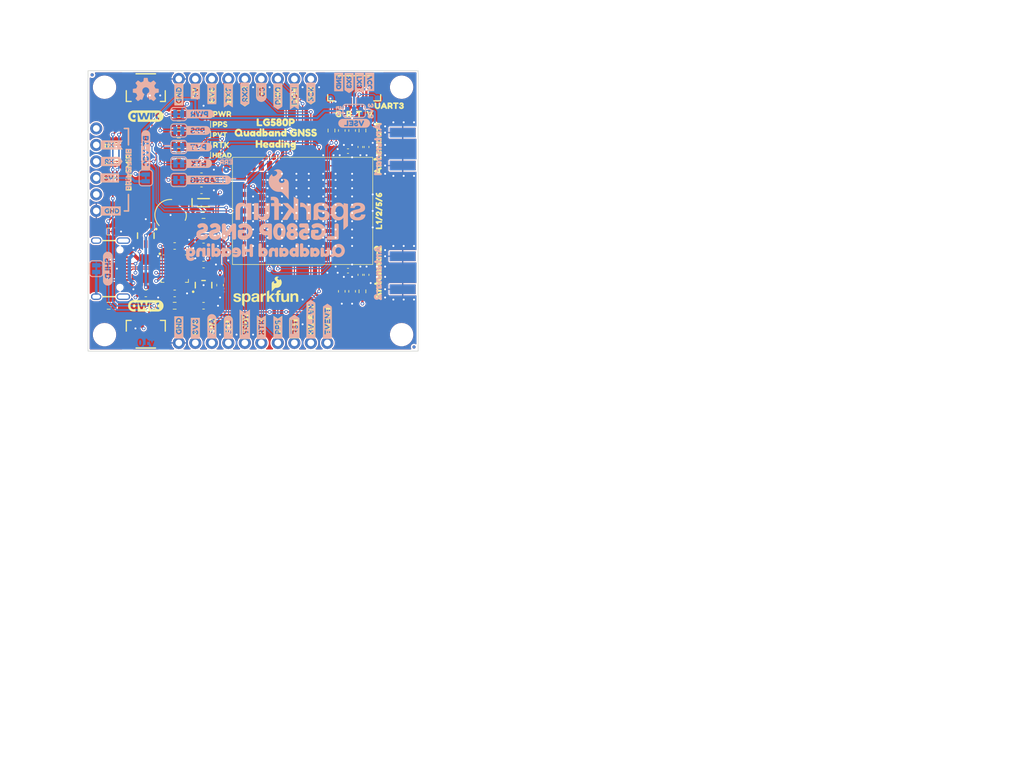
<source format=kicad_pcb>
(kicad_pcb (version 20240108) (generator "pcbnew") (generator_version "8.0")
  (title_block (comment 1 "Designed by: N. Seidle"))
  (layers (0 "F.Cu" signal) (1 "In1.Cu" signal "L2.Cu") (2 "In2.Cu" signal "L3.Cu") (31 "B.Cu" signal) (34 "B.Paste" user) (35 "F.Paste" user) (36 "B.SilkS" user "B.Silkscreen") (37 "F.SilkS" user "F.Silkscreen") (38 "B.Mask" user) (39 "F.Mask" user) (44 "Edge.Cuts" user))
  (net 0 "")
  (net 1 "GND")
  (net 3 "V_BCKP")
  (net 4 "5V")
  (net 5 "PPS")
  (net 6 "RTK_STAT")
  (net 7 "RXD1")
  (net 8 "TXD1")
  (net 9 "RXD2")
  (net 10 "TXD2")
  (net 11 "TXD3")
  (net 12 "RXD3")
  (net 13 "EVENT")
  (net 14 "~{RESET}")
  (net 15 "3.3V")
  (net 16 "Net-(C3-Pad1)")
  (net 17 "Net-(D3-A2)")
  (net 18 "Net-(U1-I{slash}O4)")
  (net 21 "~{CS}")
  (net 22 "Net-(J1-SHIELD)")
  (net 23 "Net-(U1-I{slash}O3)")
  (net 29 "Net-(D5-K)")
  (net 30 "Net-(D1-A)")
  (net 31 "Net-(D2-A)")
  (net 32 "Net-(D4-A)")
  (net 33 "Net-(F1-Pad2)")
  (net 34 "Net-(J1-CC2)")
  (net 35 "Net-(J1-CC1)")
  (net 36 "Net-(JP2-A)")
  (net 37 "Net-(JP3-A)")
  (net 38 "Net-(JP5-A)")
  (net 40 "ANT_IN1")
  (net 42 "Net-(C14-Pad1)")
  (net 43 "ANT_IN2")
  (net 44 "Net-(D10-A2)")
  (net 45 "Net-(J2-Pin_4)")
  (net 46 "SCL")
  (net 48 "SDA")
  (net 50 "3V3_EN")
  (net 53 "Net-(J8-Pin_3)")
  (net 54 "Net-(J8-Pin_1)")
  (net 71 "Net-(U4-V3)")
  (net 73 "Net-(D8-A)")
  (net 74 "Net-(D9-A)")
  (net 75 "HEADING_STAT")
  (net 76 "Net-(JP6-A)")
  (net 77 "Net-(JP8-A)")
  (net 78 "PVT_STAT")
  (net 82 "PICO")
  (net 83 "POCI")
  (net 84 "SCK")
  (net 85 "~{ERR}_STAT")
  (net 86 "~{SDRY}")
  (footprint "kibuzzard-6797CECC" (layer "F.Cu") (at 179.86375 86.36 90)
    (property "Reference" "kibuzzard-6797CECC" (hide yes))
    (property "Value" "G***" (hide yes))
  )
  (footprint "SparkFun-Capacitor:C_0402_1005Metric" (layer "F.Cu") (at 175.26 105.0925 180)
    (property "Reference" "C16")
    (property "Value" "100pF")
  )
  (footprint "kibuzzard-64C2E6A3" (layer "F.Cu") (at 155.8925 80.9625)
    (property "Reference" "kibuzzard-64C2E6A3" (hide yes))
    (property "Value" "G***" (hide yes))
  )
  (footprint "SparkFun-LED:LED_0603_1608Metric_Yellow" (layer "F.Cu") (at 152.7175 82.55 180)
    (property "Reference" "D4")
    (property "Value" "Yellow")
  )
  (footprint "SparkFun-Connector:1x06" (layer "F.Cu") (at 136.525 83.185 -90)
    (property "Reference" "J2")
    (property "Value" "Conn_01x06")
  )
  (footprint "kibuzzard-6797CEC8" (layer "F.Cu") (at 179.86375 105.41 90)
    (property "Reference" "kibuzzard-6797CEC8" (hide yes))
    (property "Value" "G***" (hide yes))
  )
  (footprint "kibuzzard-6797CFEB" (layer "F.Cu") (at 167.005 113.82375 90)
    (property "Reference" "kibuzzard-6797CFEB" (hide yes))
    (property "Value" "G***" (hide yes))
  )
  (footprint "SparkFun-Aesthetic:Fiducial_0.5mm_Mask1mm" (layer "F.Cu") (at 135.89 74.93)
    (property "Reference" "FID3")
    (property "Value" "Fiducial_0.5mm")
  )
  (footprint "kibuzzard-6797CF40" (layer "F.Cu") (at 176.2125 80.9625)
    (property "Reference" "kibuzzard-6797CF40" (hide yes))
    (property "Value" "G***" (hide yes))
  )
  (footprint "kibuzzard-6797D243" (layer "F.Cu") (at 167.005 78.26375 90)
    (property "Reference" "kibuzzard-6797D243" (hide yes))
    (property "Value" "G***" (hide yes))
  )
  (footprint "kibuzzard-66CAA432" (layer "F.Cu") (at 149.224832 113.736388 90)
    (property "Reference" "kibuzzard-66CAA432" (hide yes))
    (property "Value" "G***" (hide yes))
  )
  (footprint "kibuzzard-6797D30B" (layer "F.Cu") (at 181.61 79.6925)
    (property "Reference" "kibuzzard-6797D30B" (hide yes))
    (property "Value" "G***" (hide yes))
  )
  (footprint "SparkFun-Resistor:R_0603_1608Metric" (layer "F.Cu") (at 172.72 83.5025 -90)
    (property "Reference" "R8")
    (property "Value" "1k")
  )
  (footprint "SparkFun-Resistor:R_0603_1608Metric" (layer "F.Cu") (at 149.225 85.725 180)
    (property "Reference" "R3")
    (property "Value" "1k")
  )
  (footprint "kibuzzard-6797D029" (layer "F.Cu") (at 138.90625 85.725)
    (property "Reference" "kibuzzard-6797D029" (hide yes))
    (property "Value" "G***" (hide yes))
  )
  (footprint "SparkFun-Capacitor:C_0603_1608Metric" (layer "F.Cu") (at 152.7175 92.71 180)
    (property "Reference" "D7")
    (property "Value" "PESD0603-240")
  )
  (footprint "SparkFun-Capacitor:C_0603_1608Metric" (layer "F.Cu") (at 153.035 102.235 180)
    (property "Reference" "C5")
    (property "Value" "0.1uF")
  )
  (footprint "kibuzzard-6797CCD8" (layer "F.Cu") (at 155.8925 87.3125)
    (property "Reference" "kibuzzard-6797CCD8" (hide yes))
    (property "Value" "G***" (hide yes))
  )
  (footprint "SparkFun-Aesthetic:qwiic_5.5mm" (layer "F.Cu") (at 144.145 81.28)
    (property "Reference" "G***" (hide yes))
    (property "Value" "LOGO" (hide yes))
  )
  (footprint "kibuzzard-66CAA426" (layer "F.Cu") (at 151.768804 113.856059 90)
    (property "Reference" "kibuzzard-66CAA426" (hide yes))
    (property "Value" "G***" (hide yes))
  )
  (footprint "SparkFun-Connector:USB-C_16" (layer "F.Cu") (at 141.605 104.775 -90)
    (property "Reference" "J1")
    (property "Value" "USB_C_Receptacle")
  )
  (footprint "SparkFun-Hardware:Standoff" (layer "F.Cu") (at 183.515 114.935)
    (property "Reference" "ST2")
    (property "Value" "Standoff")
  )
  (footprint "SparkFun-Capacitor:C_0603_1608Metric" (layer "F.Cu") (at 153.035 98.425 180)
    (property "Reference" "C9")
    (property "Value" "4.7uF")
  )
  (footprint "kibuzzard-6797CCDC" (layer "F.Cu") (at 155.575 84.1375)
    (property "Reference" "kibuzzard-6797CCDC" (hide yes))
    (property "Value" "G***" (hide yes))
  )
  (footprint "kibuzzard-6797D1F5" (layer "F.Cu") (at 161.925 77.62875 90)
    (property "Reference" "kibuzzard-6797D1F5" (hide yes))
    (property "Value" "G***" (hide yes))
  )
  (footprint "kibuzzard-6797CFD5" (layer "F.Cu") (at 161.925 113.665 90)
    (property "Reference" "kibuzzard-6797CFD5" (hide yes))
    (property "Value" "G***" (hide yes))
  )
  (footprint "kibuzzard-64C2E6BD" (layer "F.Cu") (at 155.575 82.55)
    (property "Reference" "kibuzzard-64C2E6BD" (hide yes))
    (property "Value" "G***" (hide yes))
  )
  (footprint "SparkFun-Connector:1x09" (layer "F.Cu") (at 169.545 75.565 180)
    (property "Reference" "J6")
    (property "Value" "Conn_01x09")
  )
  (footprint "kibuzzard-6797D24B" (layer "F.Cu") (at 164.465 78.26375 90)
    (property "Reference" "kibuzzard-6797D24B" (hide yes))
    (property "Value" "G***" (hide yes))
  )
  (footprint "SparkFun-Semiconductor-Standard:SOD-323" (layer "F.Cu") (at 153.035 94.615)
    (property "Reference" "D5")
    (property "Value" "PMEG4005EJ")
  )
  (footprint "kibuzzard-6797CEB8" (layer "F.Cu") (at 180.0225 95.885 90)
    (property "Reference" "kibuzzard-6797CEB8" (hide yes))
    (property "Value" "G***" (hide yes))
  )
  (footprint "SparkFun-Connector:JST_SMD_1.25mm-4_Locking" (layer "F.Cu") (at 176.2125 77.54 180)
    (property "Reference" "J8")
    (property "Value" "JST_Locking_4")
  )
  (footprint "SparkFun-Resistor:R_0603_1608Metric" (layer "F.Cu") (at 138.43 99.06 180)
    (property "Reference" "R2")
    (property "Value" "5.1k")
  )
  (footprint "SparkFun-Resistor:R_0603_1608Metric" (layer "F.Cu") (at 149.225 82.55 180)
    (property "Reference" "R5")
    (property "Value" "2.2k")
  )
  (footprint "kibuzzard-6797D23B" (layer "F.Cu") (at 169.545 77.94625 90)
    (property "Reference" "kibuzzard-6797D23B" (hide yes))
    (property "Value" "G***" (hide yes))
  )
  (footprint "SparkFun-LED:LED_0603_1608Metric_Red" (layer "F.Cu") (at 152.7175 80.9625 180)
    (property "Reference" "D1")
    (property "Value" "Red")
  )
  (footprint "SparkFun-Resistor:R_0603_1608Metric" (layer "F.Cu") (at 149.225 80.9625 180)
    (property "Reference" "R4")
    (property "Value" "4.7k")
  )
  (footprint "SparkFun-Capacitor:C_0603_1608Metric" (layer "F.Cu") (at 153.035 104.14 180)
    (property "Reference" "C2")
    (property "Value" "10uF")
  )
  (footprint "SparkFun-LED:LED_0603_1608Metric_White" (layer "F.Cu") (at 152.7175 85.725 180)
    (property "Reference" "D2")
    (property "Value" "White")
  )
  (footprint "SparkFun-Resistor:R_0603_1608Metric" (layer "F.Cu") (at 177.4825 108.2675 -90)
    (property "Reference" "R12")
    (property "Value" "10")
  )
  (footprint "SparkFun-Capacitor:C_0603_1608Metric" (layer "F.Cu") (at 175.895 108.2675 -90)
    (property "Reference" "C15")
    (property "Value" "100pF")
  )
  (footprint "SparkFun-Aesthetic:Fiducial_0.5mm_Mask1mm" (layer "F.Cu") (at 185.42 116.84)
    (property "Reference" "FID4")
    (property "Value" "Fiducial_0.5mm")
  )
  (footprint "SparkFun-Capacitor:C_0402_1005Metric" (layer "F.Cu") (at 178.1175 86.0425 -90)
    (property "Reference" "D3")
    (property "Value" "PESD0402")
  )
  (footprint "SparkFun-Connector:SMA_Edge" (layer "F.Cu") (at 183.67375 86.36 -90)
    (property "Reference" "J5")
    (property "Value" "SMA_Edge")
  )
  (footprint "kibuzzard-66CAA41A" (layer "F.Cu") (at 154.305 113.572351 90)
    (property "Reference" "kibuzzard-66CAA41A" (hide yes))
    (property "Value" "G***" (hide yes))
  )
  (footprint "SparkFun-Connector:1x04" (layer "F.Cu") (at 149.225 116.205)
    (property "Reference" "J9")
    (property "Value" "I2C")
  )
  (footprint "kibuzzard-6797D021" (layer "F.Cu") (at 138.58875 90.805)
    (property "Reference" "kibuzzard-6797D021" (hide yes))
    (property "Value" "G***" (hide yes))
  )
  (footprint "SparkFun-Capacitor:C_0603_1608Metric" (layer "F.Cu") (at 152.7175 89.535)
    (property "Reference" "C11")
    (property "Value" "0.1uF")
  )
  (footprint "SparkFun-Resistor:R_0603_1608Metric" (layer "F.Cu") (at 138.43 110.49 180)
    (property "Reference" "R1")
    (property "Value" "5.1k")
  )
  (footprint "SparkFun-Connector:JST_SMD_1.0mm-4_Black" (layer "F.Cu") (at 144.145 79.375 180)
    (property "Reference" "J7")
    (property "Value" "Qwiic_RA")
  )
  (footprint "SparkFun-Hardware:Standoff" (layer "F.Cu") (at 183.515 76.835)
    (property "Reference" "ST1")
    (property "Value" "Standoff")
  )
  (footprint "SparkFun-Aesthetic:qwiic_5.5mm" (layer "F.Cu") (at 144.145 110.49)
    (property "Reference" "G***" (hide yes))
    (property "Value" "LOGO" (hide yes))
  )
  (footprint "LG580P:Quectel_LG580P" (layer "F.Cu") (at 168.275 95.885 -90)
    (property "Reference" "U3")
    (property "Value" "LG580P")
  )
  (footprint "SparkFun-Semiconductor-Standard:SOT23-5" (layer "F.Cu") (at 153.035 107.315 90)
    (property "Reference" "U2")
    (property "Value" "RT9080-3.3")
  )
  (footprint "SparkFun-Capacitor:C_0603_1608Metric" (layer "F.Cu") (at 175.895 83.5025 90)
    (property "Reference" "C4")
    (property "Value" "100pF")
  )
  (footprint "SparkFun-Aesthetic:SparkFun_Logo_10mm" (layer "F.Cu") (at 162.56 109.22)
    (property "Reference" "G***")
    (property "Value" "LOGO" (hide yes))
  )
  (footprint "SparkFun-Capacitor:C_0603_1608Metric" (layer "F.Cu") (at 153.035 100.33 180)
    (property "Reference" "C8")
    (property "Value" "33pF")
  )
  (footprint "SparkFun-Fuse:1206" (layer "F.Cu") (at 144.145 104.775 90)
    (property "Reference" "F1")
    (property "Value" "6V/0.75A/1.5A")
  )
  (footprint "SparkFun-Connector:1x06" (layer "F.Cu") (at 159.385 116.205)
    (property "Reference" "J10")
    (property "Value" "Conn_01x06")
  )
  (footprint "kibuzzard-6797CFD9" (layer "F.Cu") (at 164.465 113.665 90)
    (property "Reference" "kibuzzard-6797CFD9" (hide yes))
    (property "Value" "G***" (hide yes))
  )
  (footprint "SparkFun-Capacitor:C_0603_1608Metric" (layer "F.Cu") (at 155.575 107.315 90)
    (property "Reference" "D6")
    (property "Value" "PESD0603-240")
  )
  (footprint "kibuzzard-6797CE4B" (layer "F.Cu") (at 159.385 78.105 90)
    (property "Reference" "kibuzzard-6797CE4B" (hide yes))
    (property "Value" "G***" (hide yes))
  )
  (footprint "SparkFun-Capacitor:C_0603_1608Metric" (layer "F.Cu") (at 148.59 108.585)
    (property "Reference" "C7")
    (property "Value" "1.0uF")
  )
  (footprint "kibuzzard-6797CE3F" (layer "F.Cu") (at 151.765 77.47 90)
    (property "Reference" "kibuzzard-6797CE3F" (hide yes))
    (property "Value" "G***" (hide yes))
  )
  (footprint "kibuzzard-678FE5A2" (layer "F.Cu") (at 164.1475 85.725)
    (property "Reference" "kibuzzard-678FE5A2" (hide yes))
    (property "Value" "G***" (hide yes))
  )
  (footprint "SparkFun-Connector:SMA_Edge" (layer "F.Cu") (at 183.67375 105.41 -90)
    (property "Reference" "J3")
    (property "Value" "SMA_Edge")
  )
  (footprint "SparkFun-Resistor:R_0603_1608Metric" (layer "F.Cu") (at 149.225 84.1375 180)
    (property "Reference" "R11")
    (property "Value" "2.2k")
  )
  (footprint "kibuzzard-66CAA594" (layer "F.Cu") (at 156.845 113.665 90)
    (property "Reference" "kibuzzard-66CAA594" (hide yes))
    (property "Value" "G***" (hide yes))
  )
  (footprint "SparkFun-Resistor:R_0603_1608Metric" (layer "F.Cu") (at 149.225 87.3125 180)
    (property "Reference" "R10")
    (property "Value" "330")
  )
  (footprint "SparkFun-Semiconductor-Standard:QFN-24-1EP_4x4mm_P0.5mm_EP2.7x2.7mm" (layer "F.Cu") (at 148.59 104.775)
    (property "Reference" "U4")
    (property "Value" "CH342F")
  )
  (footprint "SparkFun-Capacitor:C_0402_1005Metric" (layer "F.Cu") (at 177.165 105.7275 90)
    (property "Reference" "L2")
    (property "Value" "68nH")
  )
  (footprint "SparkFun-Capacitor:C_0402_1005Metric" (layer "F.Cu") (at 178.1175 105.7275 90)
    (property "Reference" "D10")
    (property "Value" "PESD0402")
  )
  (footprint "SparkFun-Capacitor:C_0603_1608Metric" (layer "F.Cu") (at 152.7175 91.1225)
    (property "Reference" "C12")
    (property "Value" "33pF")
  )
  (footprint "SparkFun-Capacitor:C_0603_1608Metric" (layer "F.Cu") (at 148.59 101.2825 180)
    (property "Reference" "C10")
    (property "Value" "0.1uF")
  )
  (footprint "kibuzzard-6797CE3B" (layer "F.Cu") (at 149.225 77.94625 90)
    (property "Reference" "kibuzzard-6797CE3B" (hide yes))
    (property "Value" "G***" (hide yes))
  )
  (footprint "SparkFun-Capacitor:C_0402_1005Metric" (layer "F.Cu") (at 175.26 86.6775 180)
    (property "Reference" "C6")
    (property "Value" "100pF")
  )
  (footprint "SparkFun-LED:LED_0603_1608Metric_Green" (layer "F.Cu") (at 152.7175 87.3125 180)
    (property "Reference" "D8")
    (property "Value" "Green")
  )
  (footprint "SparkFun-Connector:JST_SMD_1.0mm-4_Black" (layer "F.Cu") (at 144.145 112.395)
    (property "Reference" "J4")
    (property "Value" "Qwiic_RA")
  )
  (footprint "kibuzzard-6501FDDA" (layer "F.Cu") (at 141.478 89.535 90)
    (property "Reference" "kibuzzard-6501FDDA" (hide yes))
    (property "Value" "G***" (hide yes))
  )
  (footprint "kibuzzard-67A3F366" (layer "F.Cu") (at 159.385 113.3475 90)
    (property "Reference" "kibuzzard-67A3F366" (hide yes))
    (property "Value" "G***" (hide yes))
  )
  (footprint "SparkFun-Semiconductor-Standard:SOT23-6" (layer "F.Cu") (at 144.145 99.695 -90)
    (property "Reference" "U1")
    (property "Value" "DT1042-04SO")
  )
  (footprint "kibuzzard-66CAA7D2" (layer "F.Cu") (at 169.545 112.55375 90)
    (property "Reference" "kibuzzard-66CAA7D2" (hide yes))
    (property "Value" "G***" (hide yes))
  )
  (footprint "SparkFun-Capacitor:C_0603_1608Metric" (layer "F.Cu") (at 174.3075 108.2675 -90)
    (property "Reference" "C14")
    (property "Value" "0.1uF")
  )
  (footprint "kibuzzard-6797CE48" (layer "F.Cu") (at 156.845 78.105 90)
    (property "Reference" "kibuzzard-6797CE48" (hide yes))
    (property "Value" "G***" (hide yes))
  )
  (footprint "SparkFun-LED:LED_0603_1608Metric_Blue" (layer "F.Cu") (at 152.7175 84.1375 180)
    (property "Reference" "D9")
    (property "Value" "Blue")
  )
  (footprint "kibuzzard-6797D02E" (layer "F.Cu") (at 138.7475 95.885)
    (property "Reference" "kibuzzard-6797D02E" (hide yes))
    (property "Value" "G***" (hide yes))
  )
  (footprint "SparkFun-Resistor:R_0603_1608Metric" (layer "F.Cu") (at 177.4825 83.5025 90)
    (property "Reference" "R6")
    (property "Value" "10")
  )
  (footprint "SparkFun-Capacitor:C_0603_1608Metric" (layer "F.Cu") (at 153.035 110.49)
    (property "Reference" "C1")
    (property "Value" "0.1uF")
  )
  (footprint "kibuzzard-64C2E6D6" (layer "F.Cu") (at 155.73375 85.725)
    (property "Reference" "kibuzzard-64C2E6D6" (hide yes))
    (property "Value" "G***" (hide yes))
  )
  (footprint "SparkFun-Battery:ML414H_IV01E" (layer "F.Cu") (at 147.955 96.52)
    (property "Reference" "BT1")
    (property "Value" "6.8mm_ML414H")
  )
  (footprint "kibuzzard-66CAA7B2" (layer "F.Cu") (at 172.085 112.87125 90)
    (property "Reference" "kibuzzard-66CAA7B2" (hide yes))
    (property "Value" "G***" (hide yes))
  )
  (footprint "SparkFun-Capacitor:C_0603_1608Metric" (layer "F.Cu") (at 144.145 108.585)
    (property "Reference" "C13")
    (property "Value" "1.0uF")
  )
  (footprint "SparkFun-Resistor:R_0603_1608Metric" (layer "F.Cu") (at 148.59 110.49)
    (property "Reference" "R9")
    (property "Value" "100k")
  )
  (footprint "kibuzzard-6797D025" (layer "F.Cu") (at 138.90625 88.265)
    (property "Reference" "kibuzzard-6797D025" (hide yes))
    (property "Value" "G***" (hide yes))
  )
  (footprint "SparkFun-Capacitor:C_0603_1608Metric" (layer "F.Cu") (at 174.3075 83.5025 90)
    (property "Reference" "C3")
    (property "Value" "0.1uF")
  )
  (footprint "SparkFun-Capacitor:C_0402_1005Metric" (layer "F.Cu") (at 177.165 86.0425 -90)
    (property "Reference" "L1")
    (property "Value" "68nH")
  )
  (footprint "SparkFun-Aesthetic:Creative_Commons_License" (layer "F.Cu") (at 232.41 159.385)
    (property "Reference" "G1" (hide yes))
    (property "Value" "OSHW_Logo" (hide yes))
  )
  (footprint "SparkFun-Hardware:Standoff" (layer "F.Cu") (at 137.795 76.835)
    (property "Reference" "ST3")
    (property "Value" "Standoff")
  )
  (footprint "kibuzzard-678FE57D" (layer "F.Cu") (at 164.1475 82.2325)
    (property "Reference" "kibuzzard-678FE57D" (hide yes))
    (property "Value" "G***" (hide yes))
  )
  (footprint "SparkFun-Resistor:R_0603_1608Metric" (layer "F.Cu") (at 153.035 96.52)
    (property "Reference" "R7")
    (property "Value" "1k")
  )
  (footprint "kibuzzard-6797CE44" (layer "F.Cu") (at 154.305 77.7875 90)
    (property "Reference" "kibuzzard-6797CE44" (hide yes))
    (property "Value" "G***" (hide yes))
  )
  (footprint "kibuzzard-6797D2D0" (layer "F.Cu") (at 164.1475 83.82)
    (property "Reference" "kibuzzard-6797D2D0" (hide yes))
    (property "Value" "G***" (hide yes))
  )
  (footprint "SparkFun-Hardware:Standoff" (layer "F.Cu") (at 137.795 114.935)
    (property "Reference" "ST4")
    (property "Value" "Standoff")
  )
  (footprint "kibuzzard-6797F4C5" (layer "B.Cu") (at 162.8775 99.06 180)
    (property "Reference" "kibuzzard-6797F4C5" (hide yes))
    (property "Value" "G***" (hide yes))
  )
  (footprint "SparkFun-Jumper:Jumper_3_NC-1_Trace" (layer "B.Cu") (at 176.2125 80.48625 180)
    (property "Reference" "JP4")
    (property "Value" "~")
  )
  (footprint "kibuzzard-6797D08B" (layer "B.Cu") (at 164.465 113.82375 -90)
    (property "Reference" "kibuzzard-6797D08B" (hide yes))
    (property "Value" "G***" (hide yes))
  )
  (footprint "kibuzzard-6797D229" (layer "B.Cu") (at 169.545 77.7875 -90)
    (property "Reference" "kibuzzard-6797D229" (hide yes))
    (property "Value" "G***" (hide yes))
  )
  (footprint "kibuzzard-6797CDE7" (layer "B.Cu") (at 152.4 88.5825 180)
    (property "Reference" "kibuzzard-6797CDE7" (hide yes))
    (property "Value" "G***" (hide yes))
  )
  (footprint "SparkFun-Jumper:Jumper_2_NC_Trace" (layer "B.Cu") (at 149.225 83.5025)
    (property "Reference" "JP3")
    (property "Value" "~")
  )
  (footprint "kibuzzard-6797D058" (layer "B.Cu") (at 138.7475 95.885 180)
    (property "Reference" "kibuzzard-6797D058" (hide yes))
    (property "Value" "G***" (hide yes))
  )
  (footprint "kibuzzard-6797D07B" (layer "B.Cu") (at 154.305 113.665 -90)
    (property "Reference" "kibuzzard-6797D07B" (hide yes))
    (property "Value" "G***" (hide yes))
  )
  (footprint "kibuzzard-64C3DF93" (layer "B.Cu") (at 138.298792 104.775 -90)
    (property "Reference" "kibuzzard-64C3DF93" (hide yes))
    (property "Value" "G***" (hide yes))
  )
  (footprint "kibuzzard-6797D0B5" (layer "B.Cu") (at 154.305 77.851 -90)
    (property "Reference" "kibuzzard-6797D0B5" (hide yes))
    (property "Value" "G***" (hide yes))
  )
  (footprint "kibuzzard-6797D04A" (layer "B.Cu") (at 138.90625 85.725 180)
    (property "Reference" "kibuzzard-6797D04A" (hide yes))
    (property "Value" "G***" (hide yes))
  )
  (footprint "SparkFun-Jumper:Jumper_2_NC_Trace" (layer "B.Cu") (at 136.52125 104.775 -90)
    (property "Reference" "JP7")
    (property "Value" "~")
  )
  (footprint "kibuzzard-6797D096" (layer "B.Cu") (at 172.085 112.87125 -90)
    (property "Reference" "kibuzzard-6797D096" (hide yes))
    (property "Value" "G***" (hide yes))
  )
  (footprint "kibuzzard-6797D0B2" (layer "B.Cu") (at 151.765 77.47 -90)
    (property "Reference" "kibuzzard-6797D0B2" (hide yes))
    (property "Value" "G***" (hide yes))
  )
  (footprint "SparkFun-Jumper:Jumper_2_NC_Trace" (layer "B.Cu") (at 149.225 86.0425)
    (property "Reference" "JP8")
    (property "Value" "~")
  )
  (footprint "kibuzzard-6797D21D" (layer "B.Cu") (at 167.005 78.26375 -90)
    (property "Reference" "kibuzzard-6797D21D" (hide yes))
    (property "Value" "G***" (hide yes))
  )
  (footprint "kibuzzard-6797D071" (layer "B.Cu") (at 151.765 113.9825 -90)
    (property "Reference" "kibuzzard-6797D071" (hide yes))
    (property "Value" "G***" (hide yes))
  )
  (footprint "kibuzzard-6797CDED" (layer "B.Cu") (at 153.82875 91.1225 180)
    (property "Reference" "kibuzzard-6797CDED" (hide yes))
    (property "Value" "G***" (hide yes))
  )
  (footprint "kibuzzard-6797D081" (layer "B.Cu") (at 156.845 113.82375 -90)
    (property "Reference" "kibuzzard-6797D081" (hide yes))
    (property "Value" "G***" (hide yes))
  )
  (footprint "SparkFun-Connector:TestPoint-1.0mm" (layer "B.Cu") (at 179.86375 78.58125 90)
    (property "Reference" "TP3")
    (property "Value" "1.0mm")
  )
  (footprint "SparkFun-Jumper:Jumper_2_NC_Trace" (layer "B.Cu") (at 144.145 90.805 90)
    (property "Reference" "JP1")
    (property "Value" "~")
  )
  (footprint "kibuzzard-6797CFB3" (layer "B.Cu") (at 175.41875 76.2 -90)
    (property "Reference" "kibuzzard-6797CFB3" (hide yes))
    (property "Value" "G***" (hide yes))
  )
  (footprint "SparkFun-Aesthetic:Fiducial_0.5mm_Mask1mm" (layer "B.Cu") (at 135.89 74.93 180)
    (property "Reference" "FID2")
    (property "Value" "Fiducial_0.5mm")
  )
  (footprint "kibuzzard-6797D093" (layer "B.Cu") (at 169.545 112.55375 -90)
    (property "Reference" "kibuzzard-6797D093" (hide yes))
    (property "Value" "G***" (hide yes))
  )
  (footprint "kibuzzard-6797D086" (layer "B.Cu") (at 161.925 113.82375 -90)
    (property "Reference" "kibuzzard-6797D086" (hide yes))
    (property "Value" "G***" (hide yes))
  )
  (footprint "SparkFun-Aesthetic:Fiducial_0.5mm_Mask1mm" (layer "B.Cu") (at 185.42 116.84 180)
    (property "Reference" "FID1")
    (property "Value" "Fiducial_0.5mm")
  )
  (footprint "kibuzzard-6797D0B9" (layer "B.Cu") (at 156.845 78.105 -90)
    (property "Reference" "kibuzzard-6797D0B9" (hide yes))
    (property "Value" "G***" (hide yes))
  )
  (footprint "kibuzzard-6797D0BE" (layer "B.Cu") (at 159.385 77.94625 -90)
    (property "Reference" "kibuzzard-6797D0BE" (hide yes))
    (property "Value" "G***" (hide yes))
  )
  (footprint "SparkFun-Aesthetic:SparkFun_Logo_20mm" (layer "B.Cu") (at 168.275 95.885 180)
    (property "Reference" "G***" (hide yes))
    (property "Value" "LOGO" (hide yes))
  )
  (footprint "kibuzzard-6797D06C" (layer "B.Cu") (at 149.224832 113.82375 -90)
    (property "Reference" "kibuzzard-6797D06C" (hide yes))
    (property "Value" "G***" (hide yes))
  )
  (footprint "kibuzzard-66CB37CC" (layer "B.Cu") (at 178.59375 76.018407 -90)
    (property "Reference" "kibuzzard-66CB37CC" (hide yes))
    (property "Value" "G***" (hide yes))
  )
  (footprint "kibuzzard-6797D0AD" (layer "B.Cu") (at 149.225 77.94625 -90)
    (property "Reference" "kibuzzard-6797D0AD" (hide yes))
    (property "Value" "G***" (hide yes))
  )
  (footprint "kibuzzard-6797D04F" (layer "B.Cu") (at 138.90625 88.265 180)
    (property "Reference" "kibuzzard-6797D04F" (hide yes))
    (property "Value" "G***" (hide yes))
  )
  (footprint "kibuzzard-6797D054" (layer "B.Cu") (at 138.58875 90.805 180)
    (property "Reference" "kibuzzard-6797D054" (hide yes))
    (property "Value" "G***" (hide yes))
  )
  (footprint "kibuzzard-6797EDFE" (layer "B.Cu") (at 156.5275 88.265 180)
    (property "Reference" "kibuzzard-6797EDFE" (hide yes))
    (property "Value" "G***" (hide yes))
  )
  (footprint "SparkFun-Connector:TestPoint-1.0mm" (layer "B.Cu") (at 172.56125 78.58125 180)
    (property "Reference" "TP2")
    (property "Value" "1.0mm")
  )
  (footprint "SparkFun-Aesthetic:OSHW_Logo_4mm" (layer "B.Cu") (at 144.145 77.386 180)
    (property "Reference" "Ref**" (hide yes))
    (property "Value" "Val**" (hide yes))
  )
  (footprint "kibuzzard-66CB830B" (layer "B.Cu") (at 173.83125 80.48625 -90)
    (property "Reference" "kibuzzard-66CB830B" (hide yes))
    (property "Value" "G***" (hide yes))
  )
  (footprint "kibuzzard-6797CFAD" (layer "B.Cu") (at 177.00625 76.2 -90)
    (property "Reference" "kibuzzard-6797CFAD" (hide yes))
    (property "Value" "G***" (hide yes))
  )
  (footprint "kibuzzard-6797D1E0" (layer "B.Cu") (at 161.925 77.62875 -90)
    (property "Reference" "kibuzzard-6797D1E0" (hide yes))
    (property "Value" "G***" (hide yes))
  )
  (footprint "kibuzzard-6797D08F" (layer "B.Cu") (at 167.005 113.665 -90)
    (property "Reference" "kibuzzard-6797D08F" (hide yes))
    (property "Value" "G***" (hide yes))
  )
  (footprint "kibuzzard-66CB7E2C" (layer "B.Cu") (at 144.145 86.487 -90)
    (property "Reference" "kibuzzard-66CB7E2C" (hide yes))
    (property "Value" "G***" (hide yes))
  )
  (footprint "SparkFun-Jumper:Jumper_2_NC_Trace" (layer "B.Cu") (at 149.225 80.9625)
    (property "Reference" "JP2")
    (property "Value" "~")
  )
  (footprint "kibuzzard-66CB37D7" (layer "B.Cu") (at 173.83125 76.04125 -90)
    (property "Reference" "kibuzzard-66CB37D7" (hide yes))
    (property "Value" "G***" (hide yes))
  )
  (footprint "kibuzzard-6797CCC1" (layer "B.Cu") (at 152.4 86.0425 180)
    (property "Reference" "kibuzzard-6797CCC1" (hide yes))
    (property "Value" "G***" (hide yes))
  )
  (footprint "SparkFun-Connector:TestPoint-1.0mm" (layer "B.Cu") (at 156.5275 89.535 180)
    (property "Reference" "TP1")
    (property "Value" "1.0mm")
  )
  (footprint "kibuzzard-66CB82FB" (layer "B.Cu") (at 178.7525 80.48625 -90)
    (property "Reference" "kibuzzard-66CB82FB" (hide yes))
    (property "Value" "G***" (hide yes))
  )
  (footprint "kibuzzard-6797CD7B" (layer "B.Cu") (at 152.55875 80.9625 180)
    (property "Reference" "kibuzzard-6797CD7B" (hide yes))
    (property "Value" "G***" (hide yes))
  )
  (footprint "kibuzzard-6501FDDA" (layer "B.Cu") (at 141.478 89.535 -90)
    (property "Reference" "kibuzzard-6501FDDA" (hide yes))
    (property "Value" "G***" (hide yes))
  )
  (footprint "kibuzzard-66CB829C" (layer "B.Cu") (at 176.2125 82.39125 180)
    (property "Reference" "kibuzzard-66CB829C" (hide yes))
    (property "Value" "G***" (hide yes))
  )
  (footprint "kibuzzard-6797CECC" (layer "B.Cu") (at 179.86375 86.36 -90)
    (property "Reference" "kibuzzard-6797CECC" (hide yes))
    (property "Value" "G***" (hide yes))
  )
  (footprint "kibuzzard-6797CDD0" (layer "B.Cu") (at 152.24125 83.5025 180)
    (property "Reference" "kibuzzard-6797CDD0" (hide yes))
    (property "Value" "G***" (hide yes))
  )
  (footprint "kibuzzard-6797F4CD" (layer "B.Cu") (at 162.56 102.235 180)
    (property "Reference" "kibuzzard-6797F4CD" (hide yes))
    (property "Value" "G***" (hide yes))
  )
  (footprint "SparkFun-Jumper:Jumper_2_NC_Trace" (layer "B.Cu") (at 149.225 91.1225)
    (property "Reference" "JP6")
    (property "Value" "~")
  )
  (footprint "kibuzzard-6797CEC8" (layer "B.Cu") (at 179.86375 105.41 -90)
    (property "Reference" "kibuzzard-6797CEC8" (hide yes))
    (property "Value" "G***" (hide yes))
  )
  (footprint "SparkFun-Jumper:Jumper_2_NC_Trace" (layer "B.Cu") (at 149.225 88.5825)
    (property "Reference" "JP5")
    (property "Value" "~")
  )
  (footprint "kibuzzard-6797D214" (layer "B.Cu") (at 164.465 78.26375 -90)
    (property "Reference" "kibuzzard-6797D214" (hide yes))
    (property "Value" "G***" (hide yes))
  )
  (footprint "kibuzzard-67A3F35B" (layer "B.Cu") (at 159.385 113.3475 -90)
    (property "Reference" "kibuzzard-67A3F35B" (hide yes))
    (property "Value" "G***" (hide yes))
  )
  (gr_line (start 141.478 95.885) (end 140.843 95.885) (stroke (width 0.2032)) (layer "B.SilkS"))
  (gr_line (start 141.478 93.345) (end 141.478 95.885) (stroke (width 0.2032)) (layer "B.SilkS"))
  (gr_line (start 141.478 83.185) (end 140.843 83.185) (stroke (width 0.2032)) (layer "B.SilkS"))
  (gr_line (start 141.478 85.725) (end 141.478 83.185) (stroke (width 0.2032)) (layer "B.SilkS"))
  (gr_line (start 140.843 95.885) (end 141.478 95.885) (stroke (width 0.2032)) (layer "F.SilkS"))
  (gr_line (start 140.843 83.185) (end 141.478 83.185) (stroke (width 0.2032)) (layer "F.SilkS"))
  (gr_line (start 141.478 95.885) (end 141.478 93.345) (stroke (width 0.2032)) (layer "F.SilkS"))
  (gr_line (start 141.478 83.185) (end 141.478 85.725) (stroke (width 0.2032)) (layer "F.SilkS"))
  (gr_rect (start 135.255 74.295) (end 186.055 117.475) (stroke (width 0.1)) (fill none) (layer "Edge.Cuts"))
  (gr_text "v10" (at 144.145 116.205 0) (layer "B.Cu" knockout) (effects (font (size 1 1) (thickness 0.25) (bold yes)) (justify mirror)))
  (segment (start 148.555 98.37) (end 148.535 98.37) (width 0.254) (layer "F.Cu") (net 1))
  (segment (start 149.365 101.2825) (end 149.365 100.5075) (width 0.1524) (layer "F.Cu") (net 1))
  (segment (start 144.145 98.3949) (end 144.145 97.155) (width 0.5588) (layer "F.Cu") (net 1))
  (segment (start 141.265 108) (end 142.19 108) (width 0.5588) (layer "F.Cu") (net 1))
  (segment (start 153.035 107.315) (end 153.035 108.6151) (width 0.5588) (layer "F.Cu") (net 1))
  (segment (start 152.085 104.315) (end 152.26 104.14) (width 0.4064) (layer "F.Cu") (net 1))
  (segment (start 142.19 101.55) (end 142.24 101.6) (width 0.5588) (layer "F.Cu") (net 1))
  (segment (start 149.365 100.5075) (end 149.5425 100.33) (width 0.1524) (layer "F.Cu") (net 1))
  (segment (start 149.5425 100.33) (end 150.8125 100.33) (width 0.1524) (layer "F.Cu") (net 1))
  (segment (start 142.19 108) (end 142.24 107.95) (width 0.5588) (layer "F.Cu") (net 1))
  (segment (start 141.265 101.55) (end 142.19 101.55) (width 0.5588) (layer "F.Cu") (net 1))
  (via (at 154.6225 89.535) (size 0.56) (drill 0.3) (layers "F.Cu" "B.Cu") (net 1))
  (via (at 185.42 101.2825) (size 0.56) (drill 0.3) (layers "F.Cu" "B.Cu") (net 1))
  (via (at 173.99 87.3125) (size 0.56) (drill 0.3) (layers "F.Cu" "B.Cu") (net 1))
  (via (at 175.895 104.14) (size 0.56) (drill 0.3) (layers "F.Cu" "B.Cu") (net 1))
  (via (at 177.165 104.4575) (size 0.56) (drill 0.3) (layers "F.Cu" "B.Cu") (net 1))
  (via (at 150.8125 100.33) (size 0.56) (drill 0.3) (layers "F.Cu" "B.Cu") (net 1))
  (via (at 162.8775 100.0125) (size 0.56) (drill 0.3) (layers "F.Cu" "B.Cu") (net 1))
  (via (at 179.07 95.885) (size 0.56) (drill 0.3) (layers "F.Cu" "B.Cu") (net 1))
  (via (at 165.1 93.6625) (size 0.56) (drill 0.3) (layers "F.Cu" "B.Cu") (net 1))
  (via (at 183.8325 109.5375) (size 0.56) (drill 0.3) (layers "F.Cu" "B.Cu") (net 1))
  (via (at 169.2275 91.1225) (size 0.56) (drill 0.3) (layers "F.Cu" "B.Cu") (net 1))
  (via (at 162.8775 90.17) (size 0.56) (drill 0.3) (layers "F.Cu" "B.Cu") (net 1))
  (via (at 162.8775 98.7425) (size 0.56) (drill 0.3) (layers "F.Cu" "B.Cu") (net 1))
  (via (at 174.625 106.045) (size 0.56) (drill 0.3) (layers "F.Cu" "B.Cu") (net 1))
  (via (at 179.705 85.725) (size 0.56) (drill 0.3) (layers "F.Cu" "B.Cu") (net 1))
  (via (at 140.335 99.06) (size 0.56) (drill 0.3) (layers "F.Cu" "B.Cu") (net 1))
  (via (at 167.3225 100.0125) (size 0.56) (drill 0.3) (layers "F.Cu" "B.Cu") (net 1))
  (via (at 146.05 102.87) (size 0.56) (drill 0.3) (layers "F.Cu" "B.Cu") (net 1))
  (via (at 167.3225 94.9325) (size 0.56) (drill 0.3) (layers "F.Cu" "B.Cu") (net 1))
  (via (at 162.8775 91.1225) (size 0.56) (drill 0.3) (layers "F.Cu" "B.Cu") (net 1))
  (via (at 150.495 108.585) (size 0.56) (drill 0.3) (layers "F.Cu" "B.Cu") (net 1))
  (via (at 185.42 82.2325) (size 0.56) (drill 0.3) (layers "F.Cu" "B.Cu") (net 1))
  (via (at 155.2575 110.49) (size 0.56) (drill 0.3) (layers "F.Cu" "B.Cu") (net 1))
  (via (at 171.45 96.2025) (size 0.56) (drill 0.3) (layers "F.Cu" "B.Cu") (net 1))
  (via (at 175.895 110.1725) (size 0.56) (drill 0.3) (layers "F.Cu" "B.Cu") (net 1))
  (via (at 139.7 104.775) (size 0.56) (drill 0.3) (layers "F.Cu" "B.Cu") (net 1))
  (via (at 179.705 87.3125) (size 0.56) (drill 0.3) (layers "F.Cu" "B.Cu") (net 1))
  (via (at 165.1 90.17) (size 0.56) (drill 0.3) (layers "F.Cu" "B.Cu") (net 1))
  (via (at 185.42 109.5375) (size 0.56) (drill 0.3) (layers "F.Cu" "B.Cu") (net 1))
  (via (at 154.94 104.14) (size 0.56) (drill 0.3) (layers "F.Cu" "B.Cu") (net 1))
  (via (at 182.245 82.2325) (size 0.56) (drill 0.3) (layers "F.Cu" "B.Cu") (net 1))
  (via (at 171.45 97.4725) (size 0.56) (drill 0.3) (layers "F.Cu" "B.Cu") (net 1))
  (via (at 170.815 76.835) (size 0.56) (drill 0.3) (layers "F.Cu" "B.Cu") (net 1))
  (via (at 167.3225 91.1225) (size 0.56) (drill 0.3) (layers "F.Cu" "B.Cu") (net 1))
  (via (at 165.1 91.1225) (size 0.56) (drill 0.3) (layers "F.Cu" "B.Cu") (net 1))
  (via (at 171.45 87.3125) (size 0.56) (drill 0.3) (layers "F.Cu" "B.Cu") (net 1))
  (via (at 173.355 101.2825) (size 0.56) (drill 0.3) (layers "F.Cu" "B.Cu") (net 1))
  (via (at 173.355 91.1225) (size 0.56) (drill 0.3) (layers "F.Cu" "B.Cu") (net 1))
  (via (at 142.5575 113.9825) (size 0.56) (drill 0.3) (layers "F.Cu" "B.Cu") (net 1))
  (via (at 171.45 101.2825) (size 0.56) (drill 0.3) (layers "F.Cu" "B.Cu") (net 1))
  (via (at 155.575 114.935) (size 0.56) (drill 0.3) (layers "F.Cu" "B.Cu") (net 1))
  (via (at 172.085 105.41) (size 0.56) (drill 0.3) (layers "F.Cu" "B.Cu") (net 1))
  (via (at 180.975 82.8675) (size 0.56) (drill 0.3) (layers "F.Cu" "B.Cu") (net 1))
  (via (at 165.1 100.0125) (size 0.56) (drill 0.3) (layers "F.Cu" "B.Cu") (net 1))
  (via (at 175.895 90.17) (size 0.56) (drill 0.3) (layers "F.Cu" "B.Cu") (net 1))
  (via (at 179.07 93.345) (size 0.56) (drill 0.3) (layers "F.Cu" "B.Cu") (net 1))
  (via (at 175.895 93.6625) (size 0.56) (drill 0.3) (layers "F.Cu" "B.Cu") (net 1))
  (via (at 175.895 101.2825) (size 0.56) (drill 0.3) (layers "F.Cu" "B.Cu") (net 1))
  (via (at 179.705 104.4575) (size 0.56) (drill 0.3) (layers "F.Cu" "B.Cu") (net 1))
  (via (at 182.245 101.2825) (size 0.56) (drill 0.3) (layers "F.Cu" "B.Cu") (net 1))
  (via (at 146.3675 78.105) (size 0.56) (drill 0.3) (layers "F.Cu" "B.Cu") (net 1))
  (via (at 160.655 100.0125) (size 0.56) (drill 0.3) (layers "F.Cu" "B.Cu") (net 1))
  (via (at 165.1 101.2825) (size 0.56) (drill 0.3) (layers "F.Cu" "B.Cu") (net 1))
  (via (at 174.3075 110.1725) (size 0.56) (drill 0.3) (layers "F.Cu" "B.Cu") (net 1))
  (via (at 180.975 109.22) (size 0.56) (drill 0.3) (layers "F.Cu" "B.Cu") (net 1))
  (via (at 175.895 97.4725) (size 0.56) (drill 0.3) (layers "F.Cu" "B.Cu") (net 1))
  (via (at 146.05 109.22) (size 0.56) (drill 0.3) (layers "F.Cu" "B.Cu") (net 1))
  (via (at 174.625 85.725) (size 0.56) (drill 0.3) (layers "F.Cu" "B.Cu") (net 1))
  (via (at 167.3225 98.7425) (size 0.56) (drill 0.3) (layers "F.Cu" "B.Cu") (net 1))
  (via (at 144.145 97.155) (size 0.56) (drill 0.3) (layers "F.Cu" "B.Cu") (net 1))
  (via (at 169.2275 93.6625) (size 0.56) (drill 0.3) (layers "F.Cu" "B.Cu") (net 1))
  (via (at 173.355 98.7425) (size 0.56) (drill 0.3) (layers "F.Cu" "B.Cu") (net 1))
  (via (at 179.07 98.425) (size 0.56) (drill 0.3) (layers "F.Cu" "B.Cu") (net 1))
  (via (at 169.2275 92.3925) (size 0.56) (drill 0.3) (layers "F.Cu" "B.Cu") (net 1))
  (via (at 155.575 109.22) (size 0.56) (drill 0.3) (layers "F.Cu" "B.Cu") (net 1))
  (via (at 183.8325 90.4875) (size 0.56) (drill 0.3) (layers "F.Cu" "B.Cu") (net 1))
  (via (at 171.45 91.1225) (size 0.56) (drill 0.3) (layers "F.Cu" "B.Cu") (net 1))
  (via (at 178.7525 106.9975) (size 0.56) (drill 0.3) (layers "F.Cu" "B.Cu") (net 1))
  (via (at 180.975 85.725) (size 0.56) (drill 0.3) (layers "F.Cu" "B.Cu") (net 1))
  (via (at 175.895 91.1225) (size 0.56) (drill 0.3) (layers "F.Cu" "B.Cu") (net 1))
  (via (at 175.895 92.3925) (size 0.56) (drill 0.3) (layers "F.Cu" "B.Cu") (net 1))
  (via (at 160.655 98.7425) (size 0.56) (drill 0.3) (layers "F.Cu" "B.Cu") (net 1))
  (via (at 173.0375 87.3125) (size 0.56) (drill 0.3) (layers "F.Cu" "B.Cu") (net 1))
  (via (at 169.2275 94.9325) (size 0.56) (drill 0.3) (layers "F.Cu" "B.Cu") (net 1))
  (via (at 169.2275 90.17) (size 0.56) (drill 0.3) (layers "F.Cu" "B.Cu") (net 1))
  (via (at 167.3225 93.6625) (size 0.56) (drill 0.3) (layers "F.Cu" "B.Cu") (net 1))
  (via (at 168.275 113.3475) (size 0.56) (drill 0.3) (layers "F.Cu" "B.Cu") (net 1))
  (via (at 171.45 100.0125) (size 0.56) (drill 0.3) (layers "F.Cu" "B.Cu") (net 1))
  (via (at 175.895 96.2025) (size 0.56) (drill 0.3) (layers "F.Cu" "B.Cu") (net 1))
  (via (at 169.2275 98.7425) (size 0.56) (drill 0.3) (layers "F.Cu" "B.Cu") (net 1))
  (via (at 180.975 104.4575) (size 0.56) (drill 0.3) (layers "F.Cu" "B.Cu") (net 1))
  (via (at 155.2575 101.2825) (size 0.56) (drill 0.3) (layers "F.Cu" "B.Cu") (net 1))
  (via (at 173.355 100.0125) (size 0.56) (drill 0.3) (layers "F.Cu" "B.Cu") (net 1))
  (via (at 142.24 101.6) (size 0.56) (drill 0.3) (layers "F.Cu" "B.Cu") (net 1))
  (via (at 185.42 90.4875) (size 0.56) (drill 0.3) (layers "F.Cu" "B.Cu") (net 1))
  (via (at 178.1175 87.3125) (size 0.56) (drill 0.3) (layers "F.Cu" "B.Cu") (net 1))
  (via (at 180.975 83.82) (size 0.56) (drill 0.3) (layers "F.Cu" "B.Cu") (net 1))
  (via (at 156.845 103.505) (size 0.56) (drill 0.3) (layers "F.Cu" "B.Cu") (net 1))
  (via (at 179.705 106.045) (size 0.56) (drill 0.3) (layers "F.Cu" "B.Cu") (net 1))
  (via (at 160.655 94.9325) (size 0.56) (drill 0.3) (layers "F.Cu" "B.Cu") (net 1))
  (via (at 180.975 88.9) (size 0.56) (drill 0.3) (layers "F.Cu" "B.Cu") (net 1))
  (via (at 173.6725 105.41) (size 0.56) (drill 0.3) (layers "F.Cu" "B.Cu") (net 1))
  (via (at 165.1 94.9325) (size 0.56) (drill 0.3) (layers "F.Cu" "B.Cu") (net 1))
  (via (at 168.275 76.835) (size 0.56) (drill 0.3) (layers "F.Cu" "B.Cu") (net 1))
  (via (at 173.355 104.4575) (size 0.56) (drill 0.3) (layers "F.Cu" "B.Cu") (net 1))
  (via (at 175.895 98.7425) (size 0.56) (drill 0.3) (layers "F.Cu" "B.Cu") (net 1))
  (via (at 162.8775 92.3925) (size 0.56) (drill 0.3) (layers "F.Cu" "B.Cu") (net 1))
  (via (at 169.2275 97.4725) (size 0.56) (drill 0.3) (layers "F.Cu" "B.Cu") (net 1))
  (via (at 182.245 109.5375) (size 0.56) (drill 0.3) (layers "F.Cu" "B.Cu") (net 1))
  (via (at 162.8775 94.9325) (size 0.56) (drill 0.3) (layers "F.Cu" "B.Cu") (net 1))
  (via (at 163.195 76.835) (size 0.56) (drill 0.3) (layers "F.Cu" "B.Cu") (net 1))
  (via (at 180.975 106.045) (size 0.56) (drill 0.3) (layers "F.Cu" "B.Cu") (net 1))
  (via (at 175.895 106.045) (size 0.56) (drill 0.3) (layers "F.Cu" "B.Cu") (net 1))
  (via (at 180.975 87.3125) (size 0.56) (drill 0.3) (layers "F.Cu" "B.Cu") (net 1))
  (via (at 173.355 92.3925) (size 0.56) (drill 0.3) (layers "F.Cu" "B.Cu") (net 1))
  (via (at 180.975 90.17) (size 0.56) (drill 0.3) (layers "F.Cu" "B.Cu") (net 1))
  (via (at 171.45 90.17) (size 0.56) (drill 0.3) (layers "F.Cu" "B.Cu") (net 1))
  (via (at 175.895 100.0125) (size 0.56) (drill 0.3) (layers "F.Cu" "B.Cu") (net 1))
  (via (at 173.355 79.0575) (size 0.56) (drill 0.3) (layers "F.Cu" "B.Cu") (net 1))
  (via (at 167.3225 101.2825) (size 0.56) (drill 0.3) (layers "F.Cu" "B.Cu") (net 1))
  (via (at 173.355 93.6625) (size 0.56) (drill 0.3) (layers "F.Cu" "B.Cu") (net 1))
  (via (at 173.6725 86.36) (size 0.56) (drill 0.3) (layers "F.Cu" "B.Cu") (net 1))
  (via (at 151.4475 101.6) (size 0.56) (drill 0.3) (layers "F.Cu" "B.Cu") (net 1))
  (via (at 169.2275 101.2825) (size 0.56) (drill 0.3) (layers "F.Cu" "B.Cu") (net 1))
  (via (at 142.24 107.95) (size 0.56) (drill 0.3) (layers "F.Cu" "B.Cu") (net 1))
  (via (at 178.1175 104.4575) (size 0.56) (drill 0.3) (layers "F.Cu" "B.Cu") (net 1))
  (via (at 182.245 90.4875) (size 0.56) (drill 0.3) (layers "F.Cu" "B.Cu") (net 1))
  (via (at 168.275 109.5375) (size 0.56) (drill 0.3) (layers "F.Cu" "B.Cu") (net 1))
  (via (at 171.45 98.7425) (size 0.56) (drill 0.3) (layers "F.Cu" "B.Cu") (net 1))
  (via (at 173.355 94.9325) (size 0.56) (drill 0.3) (layers "F.Cu" "B.Cu") (net 1))
  (via (at 180.975 102.87) (size 0.56) (drill 0.3) (layers "F.Cu" "B.Cu") (net 1))
  (via (at 177.165 87.3125) (size 0.56) (drill 0.3) (layers "F.Cu" "B.Cu") (net 1))
  (via (at 179.07 85.4075) (size 0.56) (drill 0.3) (layers "F.Cu" "B.Cu") (net 1))
  (via (at 162.8775 93.6625) (size 0.56) (drill 0.3) (layers "F.Cu" "B.Cu") (net 1))
  (via (at 160.655 114.935) (size 0.56) (drill 0.3) (layers "F.Cu" "B.Cu") (net 1))
  (via (at 153.035 107.315) (size 0.56) (drill 0.3) (layers "F.Cu" "B.Cu") (net 1))
  (via (at 171.45 94.9325) (size 0.56) (drill 0.3) (layers "F.Cu" "B.Cu") (net 1))
  (via (at 165.1 92.3925) (size 0.56) (drill 0.3) (layers "F.Cu" "B.Cu") (net 1))
  (via (at 180.975 107.95) (size 0.56) (drill 0.3) (layers "F.Cu" "B.Cu") (net 1))
  (via (at 167.3225 97.4725) (size 0.56) (drill 0.3) (layers "F.Cu" "B.Cu") (net 1))
  (via (at 175.895 85.725) (size 0.56) (drill 0.3) (layers "F.Cu" "B.Cu") (net 1))
  (via (at 167.3225 96.2025) (size 0.56) (drill 0.3) (layers "F.Cu" "B.Cu") (net 1))
  (via (at 160.655 101.2825) (size 0.56) (drill 0.3) (layers "F.Cu" "B.Cu") (net 1))
  (via (at 180.975 101.9175) (size 0.56) (drill 0.3) (layers "F.Cu" "B.Cu") (net 1))
  (via (at 160.655 76.835) (size 0.56) (drill 0.3) (layers "F.Cu" "B.Cu") (net 1))
  (via (at 147.955 96.52) (size 0.56) (drill 0.3) (layers "F.Cu" "B.Cu") (net 1))
  (via (at 154.6225 92.71) (size 0.56) (drill 0.3) (layers "F.Cu" "B.Cu") (net 1))
  (via (at 160.655 93.6625) (size 0.56) (drill 0.3) (layers "F.Cu" "B.Cu") (net 1))
  (via (at 158.115 114.935) (size 0.56) (drill 0.3) (layers "F.Cu" "B.Cu") (net 1))
  (via (at 175.895 81.5975) (size 0.56) (drill 0.3) (layers "F.Cu" "B.Cu") (net 1))
  (via (at 173.355 96.2025) (size 0.56) (drill 0.3) (layers "F.Cu" "B.Cu") (net 1))
  (via (at 171.45 92.3925) (size 0.56) (drill 0.3) (layers "F.Cu" "B.Cu") (net 1))
  (via (at 175.895 94.9325) (size 0.56) (drill 0.3) (layers "F.Cu" "B.Cu") (net 1))
  (via (at 173.355 97.4725) (size 0.56) (drill 0.3) (layers "F.Cu" "B.Cu") (net 1))
  (via (at 153.035 79.6925) (size 0.56) (drill 0.3) (layers "F.Cu" "B.Cu") (net 1))
  (via (at 183.8325 101.2825) (size 0.56) (drill 0.3) (layers "F.Cu" "B.Cu") (net 1))
  (via (at 165.1 97.4725) (size 0.56) (drill 0.3) (layers "F.Cu" "B.Cu") (net 1))
  (via (at 160.655 96.2025) (size 0.56) (drill 0.3) (layers "F.Cu" "B.Cu") (net 1))
  (via (at 162.8775 97.4725) (size 0.56) (drill 0.3) (layers "F.Cu" "B.Cu") (net 1))
  (via (at 171.45 93.6625) (size 0.56) (drill 0.3) (layers "F.Cu" "B.Cu") (net 1))
  (via (at 162.8775 101.2825) (size 0.56) (drill 0.3) (layers "F.Cu" "B.Cu") (net 1))
  (via (at 160.655 97.4725) (size 0.56) (drill 0.3) (layers "F.Cu" "B.Cu") (net 1))
  (via (at 173.355 90.17) (size 0.56) (drill 0.3) (layers "F.Cu" "B.Cu") (net 1))
  (via (at 167.3225 92.3925) (size 0.56) (drill 0.3) (layers "F.Cu" "B.Cu") (net 1))
  (via (at 162.8775 96.2025) (size 0.56) (drill 0.3) (layers "F.Cu" "B.Cu") (net 1))
  (via (at 165.1 96.2025) (size 0.56) (drill 0.3) (layers "F.Cu" "B.Cu") (net 1))
  (via (at 167.3225 90.17) (size 0.56) (drill 0.3) (layers "F.Cu" "B.Cu") (net 1))
  (via (at 151.765 103.1875) (size 0.56) (drill 0.3) (layers "F.Cu" "B.Cu") (net 1))
  (via (at 175.895 87.63) (size 0.56) (drill 0.3) (layers "F.Cu" "B.Cu") (net 1))
  (via (at 169.2275 96.2025) (size 0.56) (drill 0.3) (layers "F.Cu" "B.Cu") (net 1))
  (via (at 165.1 98.7425) (size 0.56) (drill 0.3) (layers "F.Cu" "B.Cu") (net 1))
  (via (at 183.8325 82.2325) (size 0.56) (drill 0.3) (layers "F.Cu" "B.Cu") (net 1))
  (via (at 169.2275 100.0125) (size 0.56) (drill 0.3) (layers "F.Cu" "B.Cu") (net 1))
  (segment (start 150.005 95.395) (end 150.005 94.3675) (width 0.254) (layer "F.Cu") (net 3))
  (segment (start 153.81 98.425) (end 153.81 98.12) (width 0.254) (layer "F.Cu") (net 3))
  (segment (start 151.9425 92.71) (end 150.8125 92.71) (width 0.254) (layer "F.Cu") (net 3))
  (segment (start 153.81 98.12) (end 152.21 96.52) (width 0.254) (layer "F.Cu") (net 3))
  (segment (start 150.005 93.5175) (end 150.8125 92.71) (width 0.254) (layer "F.Cu") (net 3))
  (segment (start 151.9425 91.1225) (end 151.9425 92.71) (width 0.254) (layer "F.Cu") (net 3))
  (segment (start 151.13 96.52) (end 150.005 95.395) (width 0.254) (layer "F.Cu") (net 3))
  (segment (start 170.815 88.935) (end 170.815 86.0425) (width 0.254) (layer "F.Cu") (net 3))
  (segment (start 150.005 94.3675) (end 150.005 93.5175) (width 0.254) (layer "F.Cu") (net 3))
  (segment (start 151.9425 89.535) (end 151.9425 88.7225) (width 0.254) (layer "F.Cu") (net 3))
  (segment (start 151.9425 89.535) (end 151.9425 91.1225) (width 0.254) (layer "F.Cu") (net 3))
  (segment (start 152.21 96.52) (end 151.13 96.52) (width 0.254) (layer "F.Cu") (net 3))
  (segment (start 151.9425 88.7225) (end 152.7175 87.9475) (width 0.254) (layer "F.Cu") (net 3))
  (via (at 170.815 86.0425) (size 0.56) (drill 0.3) (layers "F.Cu" "B.Cu") (net 3))
  (via (at 152.7175 87.9475) (size 0.56) (drill 0.3) (layers "F.Cu" "B.Cu") (net 3))
  (segment (start 154.6225 87.9475) (end 157.1625 85.4075) (width 0.254) (layer "B.Cu") (net 3))
  (segment (start 157.1625 85.4075) (end 170.18 85.4075) (width 0.254) (layer "B.Cu") (net 3))
  (segment (start 170.18 85.4075) (end 170.815 86.0425) (width 0.254) (layer "B.Cu") (net 3))
  (segment (start 152.7175 87.9475) (end 154.6225 87.9475) (width 0.254) (layer "B.Cu") (net 3))
  (segment (start 144.145 100.995) (end 144.145 99.695) (width 0.4064) (layer "F.Cu") (net 4))
  (segment (start 144.145 107.6325) (end 145.7325 107.6325) (width 0.5588) (layer "F.Cu") (net 4))
  (segment (start 147.34 108.11) (end 147.815 108.585) (width 0.1524) (layer "F.Cu") (net 4))
  (segment (start 147.84 108.56) (end 147.815 108.585) (width 0.1524) (layer "F.Cu") (net 4))
  (segment (start 145.7325 107.6325) (end 146.685 108.585) (width 0.5588) (layer "F.Cu") (net 4))
  (segment (start 152.085 108.6151) (end 152.085 110.315) (width 0.5588) (layer "F.Cu") (net 4))
  (segment (start 147.815 108.89) (end 149.415 110.49) (width 0.5588) (layer "F.Cu") (net 4))
  (segment (start 152.085 110.315) (end 152.26 110.49) (width 0.5588) (layer "F.Cu") (net 4))
  (segment (start 144.145 106.175) (end 144.145 106.3625) (width 0.4064) (layer "F.Cu") (net 4))
  (segment (start 149.415 110.49) (end 152.26 110.49) (width 0.5588) (layer "F.Cu") (net 4))
  (segment (start 146.685 108.585) (end 147.815 108.585) (width 0.5588) (layer "F.Cu") (net 4))
  (segment (start 147.34 106.7375) (end 147.34 108.11) (width 0.1524) (layer "F.Cu") (net 4))
  (segment (start 147.84 106.7375) (end 147.84 108.56) (width 0.1524) (layer "F.Cu") (net 4))
  (segment (start 147.815 108.585) (end 147.815 108.89) (width 0.5588) (layer "F.Cu") (net 4))
  (segment (start 144.145 106.175) (end 144.145 107.6325) (width 0.5588) (layer "F.Cu") (net 4))
  (via (at 144.145 107.6325) (size 0.56) (drill 0.3) (layers "F.Cu" "B.Cu") (net 4))
  (via (at 144.145 99.695) (size 0.56) (drill 0.3) (layers "F.Cu" "B.Cu") (net 4))
  (segment (start 151.765 75.565) (end 151.765 78.74) (width 0.4064) (layer "B.Cu") (net 4))
  (segment (start 151.765 78.74) (end 151.765 80.645) (width 0.348996) (layer "B.Cu") (net 4))
  (segment (start 143.8275 88.2904) (end 143.8275 83.556125) (width 0.4064) (layer "B.Cu") (net 4))
  (segment (start 145.288 98.552) (end 145.288 89.7509) (width 0.4064) (layer "B.Cu") (net 4))
  (segment (start 151.7644 78.7394) (end 151.765 78.74) (width 0.348996) (layer "B.Cu") (net 4))
  (segment (start 144.145 107.6325) (end 144.145 99.695) (width 0.4064) (layer "B.Cu") (net 4))
  (segment (start 148.644225 78.7394) (end 151.7644 78.7394) (width 0.4064) (layer "B.Cu") (net 4))
  (segment (start 145.288 89.7509) (end 143.8275 88.2904) (width 0.4064) (layer "B.Cu") (net 4))
  (segment (start 170.4975 81.5975) (end 171.60875 80.48625) (width 0.348996) (layer "B.Cu") (net 4))
  (segment (start 143.8275 83.556125) (end 148.644225 78.7394) (width 0.4064) (layer "B.Cu") (net 4))
  (segment (start 152.7175 81.5975) (end 170.4975 81.5975) (width 0.348996) (layer "B.Cu") (net 4))
  (segment (start 144.145 99.695) (end 145.288 98.552) (width 0.4064) (layer "B.Cu") (net 4))
  (segment (start 151.765 80.645) (end 152.7175 81.5975) (width 0.348996) (layer "B.Cu") (net 4))
  (segment (start 171.60875 80.48625) (end 175.1711 80.48625) (width 0.348996) (layer "B.Cu") (net 4))
  (segment (start 164.465 111.125) (end 164.465 116.205) (width 0.1778) (layer "F.Cu") (net 5))
  (segment (start 167.005 108.585) (end 164.465 111.125) (width 0.1778) (layer "F.Cu") (net 5))
  (segment (start 166.37 86.995) (end 166.37 83.5025) (width 0.1778) (layer "F.Cu") (net 5))
  (segment (start 167.005 102.835) (end 167.005 108.585) (width 0.1778) (layer "F.Cu") (net 5))
  (via (at 166.37 83.5025) (size 0.56) (drill 0.3) (layers "F.Cu" "B.Cu") (net 5))
  (via (at 166.37 86.995) (size 0.56) (drill 0.3) (layers "F.Cu" "B.Cu") (net 5))
  (segment (start 166.37 83.5025) (end 149.7457 83.5025) (width 0.1778) (layer "B.Cu") (net 5))
  (segment (start 164.465 115.8875) (end 162.2552 113.6777) (width 0.1778) (layer "B.Cu") (net 5))
  (segment (start 165.31527 86.995) (end 166.37 86.995) (width 0.1778) (layer "B.Cu") (net 5))
  (segment (start 162.2552 90.05507) (end 165.31527 86.995) (width 0.1778) (layer "B.Cu") (net 5))
  (segment (start 162.2552 111.1377) (end 162.2552 90.05507) (width 0.1778) (layer "B.Cu") (net 5))
  (segment (start 162.2552 113.6777) (end 162.2552 111.1377) (width 0.1778) (layer "B.Cu") (net 5))
  (segment (start 164.465 116.205) (end 164.465 115.8875) (width 0.1778) (layer "B.Cu") (net 5))
  (segment (start 155.2575 91.44) (end 155.8925 92.075) (width 0.1778) (layer "F.Cu") (net 6))
  (segment (start 158.825 92.075) (end 160.655 92.075) (width 0.1778) (layer "F.Cu") (net 6))
  (segment (start 155.8925 92.075) (end 158.825 92.075) (width 0.1778) (layer "F.Cu") (net 6))
  (segment (start 155.2575 88.5825) (end 155.2575 91.44) (width 0.1778) (layer "F.Cu") (net 6))
  (via (at 160.655 92.075) (size 0.56) (drill 0.3) (layers "F.Cu" "B.Cu") (net 6))
  (via (at 155.2575 88.5825) (size 0.56) (drill 0.3) (layers "F.Cu" "B.Cu") (net 6))
  (segment (start 161.925 116.205) (end 161.925 93.345) (width 0.1778) (layer "B.Cu") (net 6))
  (segment (start 155.2575 88.5825) (end 149.7457 88.5825) (width 0.1778) (layer "B.Cu") (net 6))
  (segment (start 161.925 93.345) (end 160.655 92.075) (width 0.1778) (layer "B.Cu") (net 6))
  (segment (start 149.1412 99.4613) (end 148.59 100.0125) (width 0.1778) (layer "F.Cu") (net 7))
  (segment (start 158.825 93.345) (end 156.21 93.345) (width 0.1778) (layer "F.Cu") (net 7))
  (segment (start 148.84 101.898182) (end 148.84 102.8125) (width 0.1778) (layer "F.Cu") (net 7))
  (segment (start 148.59 100.0125) (end 148.59 101.648182) (width 0.1778) (layer "F.Cu") (net 7))
  (segment (start 156.21 93.345) (end 154.94 94.615) (width 0.1778) (layer "F.Cu") (net 7))
  (segment (start 154.5387 99.4613) (end 149.1412 99.4613) (width 0.1778) (layer "F.Cu") (net 7))
  (segment (start 154.94 94.615) (end 154.94 99.06) (width 0.1778) (layer "F.Cu") (net 7))
  (segment (start 154.94 99.06) (end 154.5387 99.4613) (width 0.1778) (layer "F.Cu") (net 7))
  (segment (start 148.59 101.648182) (end 148.84 101.898182) (width 0.1778) (layer "F.Cu") (net 7))
  (segment (start 155.8925 94.615) (end 155.2702 95.2373) (width 0.1778) (layer "F.Cu") (net 8))
  (segment (start 150.20863 101.6) (end 150.495 101.6) (width 0.1778) (layer "F.Cu") (net 8))
  (segment (start 158.825 94.615) (end 155.8925 94.615) (width 0.1778) (layer "F.Cu") (net 8))
  (segment (start 155.2702 99.3648) (end 155.2575 99.3775) (width 0.1778) (layer "F.Cu") (net 8))
  (segment (start 155.2702 95.2373) (end 155.2702 99.3648) (width 0.1778) (layer "F.Cu") (net 8))
  (segment (start 149.34 102.8125) (end 149.34 102.46863) (width 0.1778) (layer "F.Cu") (net 8))
  (segment (start 149.34 102.46863) (end 150.20863 101.6) (width 0.1778) (layer "F.Cu") (net 8))
  (segment (start 155.2575 99.3775) (end 155.308615 99.428615) (width 0.1778) (layer "F.Cu") (net 8))
  (via (at 150.495 101.6) (size 0.56) (drill 0.3) (layers "F.Cu" "B.Cu") (net 8))
  (via (at 155.308615 99.428615) (size 0.56) (drill 0.3) (layers "F.Cu" "B.Cu") (net 8))
  (segment (start 152.666385 99.428615) (end 150.495 101.6) (width 0.1778) (layer "B.Cu") (net 8))
  (segment (start 152.666385 99.428615) (end 155.308615 99.428615) (width 0.1778) (layer "B.Cu") (net 8))
  (segment (start 136.525 88.265) (end 145.415 88.265) (width 0.1778) (layer "F.Cu") (net 9))
  (segment (start 156.5148 78.4352) (end 159.385 75.565) (width 0.1778) (layer "F.Cu") (net 9))
  (segment (start 145.7325 87.9475) (end 145.7325 81.212074) (width 0.1778) (layer "F.Cu") (net 9))
  (segment (start 158.825 95.885) (end 157.1625 95.885) (width 0.1778) (layer "F.Cu") (net 9))
  (segment (start 148.509374 78.4352) (end 156.5148 78.4352) (width 0.1778) (layer "F.Cu") (net 9))
  (segment (start 145.7325 81.212074) (end 148.509374 78.4352) (width 0.1778) (layer "F.Cu") (net 9))
  (segment (start 145.415 88.265) (end 145.7325 87.9475) (width 0.1778) (layer "F.Cu") (net 9))
  (via (at 157.1625 95.885) (size 0.56) (drill 0.3) (layers "F.Cu" "B.Cu") (net 9))
  (via (at 145.3249 88.265) (size 0.56) (drill 0.3) (layers "F.Cu" "B.Cu") (net 9))
  (segment (start 147.0025 95.885) (end 145.7325 94.615) (width 0.1778) (layer "B.Cu") (net 9))
  (segment (start 145.7325 94.615) (end 145.7325 89.2175) (width 0.1778) (layer "B.Cu") (net 9))
  (segment (start 157.1625 95.885) (end 147.0025 95.885) (width 0.1778) (layer "B.Cu") (net 9))
  (segment (start 145.3249 88.8099) (end 145.3249 88.265) (width 0.1778) (layer "B.Cu") (net 9))
  (segment (start 145.7325 89.2175) (end 145.3249 88.8099) (width 0.1778) (layer "B.Cu") (net 9))
  (segment (start 154.305 78.105) (end 156.845 75.565) (width 0.1778) (layer "F.Cu") (net 10))
  (segment (start 148.3726 78.105) (end 154.305 78.105) (width 0.1778) (layer "F.Cu") (net 10))
  (segment (start 136.525 85.725) (end 145.0975 85.725) (width 0.1778) (layer "F.Cu") (net 10))
  (segment (start 156.845 97.155) (end 156.5275 96.8375) (width 0.1778) (layer "F.Cu") (net 10))
  (segment (start 158.825 97.155) (end 156.845 97.155) (width 0.1778) (layer "F.Cu") (net 10))
  (segment (start 145.0975 81.3801) (end 148.3726 78.105) (width 0.1778) (layer "F.Cu") (net 10))
  (segment (start 145.0975 85.725) (end 145.0975 81.3801) (width 0.1778) (layer "F.Cu") (net 10))
  (segment (start 156.5275 96.8375) (end 156.5275 95.365892) (width 0.1778) (layer "F.Cu") (net 10))
  (segment (start 156.5275 95.365892) (end 156.525308 95.3637) (width 0.1778) (layer "F.Cu") (net 10))
  (via (at 145.0975 85.725) (size 0.56) (drill 0.3) (layers "F.Cu" "B.Cu") (net 10))
  (via (at 156.525308 95.3637) (size 0.56) (drill 0.3) (layers "F.Cu" "B.Cu") (net 10))
  (segment (start 145.0975 85.725) (end 145.0975 86.6775) (width 0.1778) (layer "B.Cu") (net 10))
  (segment (start 146.948174 95.3637) (end 156.525308 95.3637) (width 0.1778) (layer "B.Cu") (net 10))
  (segment (start 146.0627 94.478226) (end 146.948174 95.3637) (width 0.1778) (layer "B.Cu") (net 10))
  (segment (start 145.8462 87.4262) (end 145.8462 88.79843) (width 0.1778) (layer "B.Cu") (net 10))
  (segment (start 145.8462 88.79843) (end 146.0627 89.01493) (width 0.1778) (layer "B.Cu") (net 10))
  (segment (start 146.0627 89.01493) (end 146.0627 94.478226) (width 0.1778) (layer "B.Cu") (net 10))
  (segment (start 145.0975 86.6775) (end 145.8462 87.4262) (width 0.1778) (layer "B.Cu") (net 10))
  (segment (start 176.8375 78.115) (end 177.00625 77.94625) (width 0.1778) (layer "F.Cu") (net 11))
  (segment (start 176.8375 79.29) (end 176.8375 78.115) (width 0.1778) (layer "F.Cu") (net 11))
  (segment (start 176.8375 80.3375) (end 176.2125 80.9625) (width 0.1778) (layer "F.Cu") (net 11))
  (segment (start 173.4363 85.403603) (end 173.432403 85.4075) (width 0.1778) (layer "F.Cu") (net 11))
  (segment (start 163.195 102.835) (end 163.195 104.775) (width 0.1778) (layer "F.Cu") (net 11))
  (segment (start 176.8375 79.29) (end 176.8375 80.3375) (width 0.1778) (layer "F.Cu") (net 11))
  (segment (start 176.0988 81.0762) (end 174.5113 81.0762) (width 0.1778) (layer "F.Cu") (net 11))
  (segment (start 174.5113 81.0762) (end 173.4363 82.1512) (width 0.1778) (layer "F.Cu") (net 11))
  (segment (start 173.4363 82.1512) (end 173.4363 85.403603) (width 0.1778) (layer "F.Cu") (net 11))
  (segment (start 176.2125 80.9625) (end 176.0988 81.0762) (width 0.1778) (layer "F.Cu") (net 11))
  (via (at 163.195 104.775) (size 0.56) (drill 0.3) (layers "F.Cu" "B.Cu") (net 11))
  (via (at 177.00625 77.94625) (size 0.56) (drill 0.3) (layers "F.Cu" "B.Cu") (net 11))
  (via (at 173.432403 85.4075) (size 0.56) (drill 0.3) (layers "F.Cu" "B.Cu") (net 11))
  (segment (start 177.00625 77.94625) (end 179.22875 77.94625) (width 0.1778) (layer "B.Cu") (net 11))
  (segment (start 173.432403 85.862867) (end 173.432403 85.4075) (width 0.1778) (layer "B.Cu") (net 11))
  (segment (start 163.195 104.775) (end 163.83 105.41) (width 0.1778) (layer "B.Cu") (net 11))
  (segment (start 172.4152 86.88007) (end 173.432403 85.862867) (width 0.1778) (layer "B.Cu") (net 11))
  (segment (start 179.22875 77.94625) (end 179.86375 78.58125) (width 0.1778) (layer "B.Cu") (net 11))
  (segment (start 171.281974 105.41) (end 172.4152 104.276774) (width 0.1778) (layer "B.Cu") (net 11))
  (segment (start 172.4152 104.276774) (end 172.4152 86.88007) (width 0.1778) (layer "B.Cu") (net 11))
  (segment (start 163.83 105.41) (end 171.281974 105.41) (width 0.1778) (layer "B.Cu") (net 11))
  (segment (start 172.72 84.3275) (end 172.72 85.4075) (width 0.1778) (layer "F.Cu") (net 12))
  (segment (start 164.465 102.835) (end 164.465 104.775) (width 0.1778) (layer "F.Cu") (net 12))
  (via (at 164.465 104.775) (size 0.56) (drill 0.3) (layers "F.Cu" "B.Cu") (net 12))
  (via (at 172.72 85.4075) (size 0.56) (drill 0.3) (layers "F.Cu" "B.Cu") (net 12))
  (segment (start 172.085 104.14) (end 171.45 104.775) (width 0.1778) (layer "B.Cu") (net 12))
  (segment (start 172.72 85.4075) (end 172.085 86.0425) (width 0.1778) (layer "B.Cu") (net 12))
  (segment (start 172.085 86.0425) (end 172.085 104.14) (width 0.1778) (layer "B.Cu") (net 12))
  (segment (start 171.45 104.775) (end 164.465 104.775) (width 0.1778) (layer "B.Cu") (net 12))
  (segment (start 169.545 102.835) (end 169.545 108.585) (width 0.1778) (layer "F.Cu") (net 13))
  (segment (start 169.545 108.585) (end 172.085 111.125) (width 0.1778) (layer "F.Cu") (net 13))
  (segment (start 172.085 111.125) (end 172.085 116.205) (width 0.1778) (layer "F.Cu") (net 13))
  (segment (start 170.815 102.835) (end 170.815 108.2675) (width 0.1778) (layer "F.Cu") (net 14))
  (via (at 170.815 108.2675) (size 0.56) (drill 0.3) (layers "F.Cu" "B.Cu") (net 14))
  (segment (start 170.815 108.2675) (end 167.005 112.0775) (width 0.1778) (layer "B.Cu") (net 14))
  (segment (start 167.005 112.0775) (end 167.005 116.205) (width 0.1778) (layer "B.Cu") (net 14))
  (segment (start 152.085 105.865) (end 153.81 104.14) (width 0.5588) (layer "F.Cu") (net 15))
  (segment (start 156.5275 100.965) (end 155.8925 100.33) (width 0.4064) (layer "F.Cu") (net 15))
  (segment (start 144.645 79.375) (end 144.645 78.24) (width 0.348996) (layer "F.Cu") (net 15))
  (segment (start 158.825 102.235) (end 156.845 102.235) (width 0.4064) (layer "F.Cu") (net 15))
  (segment (start 152.085 106.0149) (end 152.085 105.865) (width 0.5588) (layer "F.Cu") (net 15))
  (segment (start 143.37 108.585) (end 143.1925 108.585) (width 0.4064) (layer "F.Cu") (net 15))
  (segment (start 146.6275 105.525) (end 145.8475 105.525) (width 0.1524) (layer "F.Cu") (net 15))
  (segment (start 153.81 100.33) (end 153.81 102.235) (width 0.4064) (layer "F.Cu") (net 15))
  (segment (start 143.1925 108.585) (end 142.5575 109.22) (width 0.4064) (layer "F.Cu") (net 15))
  (segment (start 154.185 94.615) (end 154.185 94.4175) (width 0.254) (layer "F.Cu") (net 15))
  (segment (start 156.845 102.235) (end 155.575 102.235) (width 0.4064) (layer "F.Cu") (net 15))
  (segment (start 143.645 112.395) (end 143.645 113.8) (width 0.4064) (layer "F.Cu") (net 15))
  (segment (start 143.645 113.8) (end 143.8275 113.9825) (width 0.4064) (layer "F.Cu") (net 15))
  (segment (start 155.575 102.235) (end 153.81 102.235) (width 0.4064) (layer "F.Cu") (net 15))
  (segment (start 145.8475 105.525) (end 145.7325 105.41) (width 0.1524) (layer "F.Cu") (net 15))
  (segment (start 179.26 82.6775) (end 179.3875 82.55) (width 0.348996) (layer "F.Cu") (net 15))
  (segment (start 155.575 105.41) (end 155.575 102.235) (width 0.348996) (layer "F.Cu") (net 15))
  (segment (start 154.185 94.4175) (end 155.575 93.0275) (width 0.254) (layer "F.Cu") (net 15))
  (segment (start 144.645 78.24) (end 144.78 78.105) (width 0.348996) (layer "F.Cu") (net 15))
  (segment (start 155.575 106.54) (end 155.575 105.41) (width 0.348996) (layer "F.Cu") (net 15))
  (segment (start 158.825 100.965) (end 156.845 100.965) (width 0.4064) (layer "F.Cu") (net 15))
  (segment (start 177.4825 82.6775) (end 179.26 82.6775) (width 0.348996) (layer "F.Cu") (net 15))
  (segment (start 155.8925 100.33) (end 153.81 100.33) (width 0.4064) (layer "F.Cu") (net 15))
  (segment (start 177.4825 109.0925) (end 177.4825 110.1725) (width 0.348996) (layer "F.Cu") (net 15))
  (segment (start 156.845 100.965) (end 156.845 102.235) (width 0.4064) (layer "F.Cu") (net 15))
  (segment (start 156.845 100.965) (end 156.5275 100.965) (width 0.4064) (layer "F.Cu") (net 15))
  (segment (start 153.81 104.14) (end 153.81 102.235) (width 0.5588) (layer "F.Cu") (net 15))
  (via (at 143.8275 113.9825) (size 0.56) (drill 0.3) (layers "F.Cu" "B.Cu") (net 15))
  (via (at 156.845 100.965) (size 0.56) (drill 0.3) (layers "F.Cu" "B.Cu") (net 15))
  (via (at 144.78 78.105) (size 0.56) (drill 0.3) (layers "F.Cu" "B.Cu") (net 15))
  (via (at 177.4825 110.1725) (size 0.56) (drill 0.3) (layers "F.Cu" "B.Cu") (net 15))
  (via (at 145.7325 105.41) (size 0.56) (drill 0.3) (layers "F.Cu" "B.Cu") (net 15))
  (via (at 155.575 93.0275) (size 0.56) (drill 0.3) (layers "F.Cu" "B.Cu") (net 15))
  (via (at 153.67 103.1875) (size 0.56) (drill 0.3) (layers "F.Cu" "B.Cu") (net 15))
  (via (at 155.575 105.41) (size 0.56) (drill 0.3) (layers "F.Cu" "B.Cu") (net 15))
  (via (at 150.495 79.375) (size 0.56) (drill 0.3) (layers "F.Cu" "B.Cu") (net 15))
  (via (at 156.845 102.235) (size 0.56) (drill 0.3) (layers "F.Cu" "B.Cu") (net 15))
  (via (at 142.5575 90.17) (size 0.56) (drill 0.3) (layers "F.Cu" "B.Cu") (net 15))
  (via (at 179.3875 82.55) (size 0.56) (drill 0.3) (layers "F.Cu" "B.Cu") (net 15))
  (via (at 142.5575 109.22) (size 0.56) (drill 0.3) (layers "F.Cu" "B.Cu") (net 15))
  (segment (start 142.6718 90.2843) (end 142.5575 90.17) (width 0.4064) (layer "B.Cu") (net 15))
  (segment (start 177.2539 80.48625) (end 179.22875 80.48625) (width 0.348996) (layer "B.Cu") (net 15))
  (segment (start 149.7457 80.1243) (end 150.495 79.375) (width 0.1778) (layer "B.Cu") (net 15))
  (segment (start 179.22875 80.48625) (end 179.3875 80.645) (width 0.348996) (layer "B.Cu") (net 15))
  (segment (start 144.145 90.2843) (end 142.6718 90.2843) (width 0.4064) (layer "B.Cu") (net 15))
  (segment (start 179.3875 80.645) (end 179.3875 82.55) (width 0.348996) (layer "B.Cu") (net 15))
  (segment (start 149.7457 80.9625) (end 149.7457 80.1243) (width 0.1778) (layer "B.Cu") (net 15))
  (segment (start 177.165 84.645) (end 177.4825 84.3275) (width 0.348996) (layer "F.Cu") (net 16))
  (segment (start 174.3075 84.2775) (end 175.895 84.2775) (width 0.348996) (layer "F.Cu") (net 16))
  (segment (start 175.895 84.2775) (end 177.4325 84.2775) (width 0.348996) (layer "F.Cu") (net 16))
  (segment (start 177.4325 84.2775) (end 177.4825 84.3275) (width 0.348996) (layer "F.Cu") (net 16))
  (segment (start 177.165 85.5625) (end 177.165 84.645) (width 0.348996) (layer "F.Cu") (net 16))
  (segment (start 183.67 86.5225) (end 183.8325 86.36) (width 0.348996) (layer "F.Cu") (net 17))
  (segment (start 177.165 86.5225) (end 175.895 86.5225) (width 0.348996) (layer "F.Cu") (net 17))
  (segment (start 175.895 86.5225) (end 175.74 86.6775) (width 0.348996) (layer "F.Cu") (net 17))
  (segment (start 178.1175 86.5225) (end 177.165 86.5225) (width 0.348996) (layer "F.Cu") (net 17))
  (segment (start 178.1175 86.5225) (end 183.67 86.5225) (width 0.348996) (layer "F.Cu") (net 17))
  (segment (start 141.265 104.525) (end 145.415 104.525) (width 0.1524) (layer "F.Cu") (net 18))
  (segment (start 140.350324 105.425324) (end 140.350324 104.665486) (width 0.1524) (layer "F.Cu") (net 18))
  (segment (start 140.350324 104.665486) (end 140.49081 104.525) (width 0.1524) (layer "F.Cu") (net 18))
  (segment (start 140.45 105.525) (end 140.350324 105.425324) (width 0.1524) (layer "F.Cu") (net 18))
  (segment (start 145.095 100.9951) (end 145.095 101.915) (width 0.1524) (layer "F.Cu") (net 18))
  (segment (start 140.49081 104.525) (end 141.265 104.525) (width 0.1524) (layer "F.Cu") (net 18))
  (segment (start 145.095 101.915) (end 145.415 102.235) (width 0.1524) (layer "F.Cu") (net 18))
  (segment (start 141.265 105.525) (end 140.45 105.525) (width 0.1524) (layer "F.Cu") (net 18))
  (segment (start 145.415 102.235) (end 145.415 104.525) (width 0.1524) (layer "F.Cu") (net 18))
  (segment (start 145.415 104.525) (end 146.6275 104.525) (width 0.1524) (layer "F.Cu") (net 18))
  (segment (start 169.545 88.935) (end 169.545 80.645) (width 0.1778) (layer "F.Cu") (net 21))
  (via (at 169.545 80.645) (size 0.56) (drill 0.3) (layers "F.Cu" "B.Cu") (net 21))
  (segment (start 169.545 80.645) (end 164.465 80.645) (width 0.1778) (layer "B.Cu") (net 21))
  (segment (start 164.465 80.645) (end 161.925 78.105) (width 0.1778) (layer "B.Cu") (net 21))
  (segment (start 161.925 78.105) (end 161.925 75.565) (width 0.1778) (layer "B.Cu") (net 21))
  (segment (start 136.52125 109.08175) (end 136.51 109.093) (width 0.4064) (layer "B.Cu") (net 22))
  (segment (start 136.52125 105.2957) (end 136.52125 109.08175) (width 0.4064) (layer "B.Cu") (net 22))
  (segment (start 142.5575 104.8298) (end 142.5575 105.41) (width 0.1524) (layer "F.Cu") (net 23))
  (segment (start 143.195 102.131677) (end 143.195 100.9951) (width 0.1524) (layer "F.Cu") (net 23))
  (segment (start 146.019801 104.8298) (end 142.5575 104.8298) (width 0.1524) (layer "F.Cu") (net 23))
  (segment (start 141.9174 105.025) (end 141.265 105.025) (width 0.1524) (layer "F.Cu") (net 23))
  (segment (start 143.179014 102.147663) (end 143.195 102.131677) (width 0.1524) (layer "F.Cu") (net 23))
  (segment (start 142.5575 104.0164) (end 142.5489 104.025) (width 0.1524) (layer "F.Cu") (net 23))
  (segment (start 142.1126 104.8298) (end 141.9174 105.025) (width 0.1524) (layer "F.Cu") (net 23))
  (segment (start 146.6275 105.025) (end 146.215001 105.025) (width 0.1524) (layer "F.Cu") (net 23))
  (segment (start 142.5489 104.025) (end 141.265 104.025) (width 0.1524) (layer "F.Cu") (net 23))
  (segment (start 142.5575 104.8298) (end 142.1126 104.8298) (width 0.1524) (layer "F.Cu") (net 23))
  (segment (start 146.215001 105.025) (end 146.019801 104.8298) (width 0.1524) (layer "F.Cu") (net 23))
  (via (at 142.5575 105.41) (size 0.56) (drill 0.3) (layers "F.Cu" "B.Cu") (net 23))
  (via (at 143.179014 102.147663) (size 0.56) (drill 0.3) (layers "F.Cu" "B.Cu") (net 23))
  (via (at 142.5575 104.0164) (size 0.56) (drill 0.3) (layers "F.Cu" "B.Cu") (net 23))
  (segment (start 142.5575 104.0164) (end 142.5575 105.41) (width 0.1524) (layer "B.Cu") (net 23))
  (segment (start 143.179014 103.394886) (end 142.5575 104.0164) (width 0.1524) (layer "B.Cu") (net 23))
  (segment (start 143.179014 102.147663) (end 143.179014 103.394886) (width 0.1524) (layer "B.Cu") (net 23))
  (segment (start 153.86 96.52) (end 153.79 96.52) (width 0.254) (layer "F.Cu") (net 29))
  (segment (start 153.79 96.52) (end 151.885 94.615) (width 0.254) (layer "F.Cu") (net 29))
  (segment (start 150.05 80.9625) (end 151.93 80.9625) (width 0.1778) (layer "F.Cu") (net 30))
  (segment (start 150.05 85.725) (end 151.93 85.725) (width 0.1778) (layer "F.Cu") (net 31))
  (segment (start 150.05 82.55) (end 151.93 82.55) (width 0.1778) (layer "F.Cu") (net 32))
  (segment (start 141.265 102.325) (end 142.0125 102.325) (width 0.5588) (layer "F.Cu") (net 33))
  (segment (start 144.145 103.375) (end 143.0625 103.375) (width 0.5588) (layer "F.Cu") (net 33))
  (segment (start 142.0125 102.325) (end 142.24 102.5525) (width 0.5588) (layer "F.Cu") (net 33))
  (segment (start 141.265 107.225) (end 142.0125 107.225) (width 0.5588) (layer "F.Cu") (net 33))
  (segment (start 142.0125 107.225) (end 142.24 106.9975) (width 0.5588) (layer "F.Cu") (net 33))
  (segment (start 143.0625 103.375) (end 142.24 102.5525) (width 0.5588) (layer "F.Cu") (net 33))
  (via (at 142.24 102.5525) (size 0.56) (drill 0.3) (layers "F.Cu" "B.Cu") (net 33))
  (via (at 142.24 106.9975) (size 0.56) (drill 0.3) (layers "F.Cu" "B.Cu") (net 33))
  (segment (start 141.9219 106.6794) (end 142.24 106.9975) (width 0.5588) (layer "B.Cu") (net 33))
  (segment (start 142.24 102.5525) (end 141.605 103.1875) (width 0.5588) (layer "B.Cu") (net 33))
  (segment (start 141.605 106.3625) (end 141.9219 106.6794) (width 0.5588) (layer "B.Cu") (net 33))
  (segment (start 141.605 103.1875) (end 141.605 106.3625) (width 0.5588) (layer "B.Cu") (net 33))
  (segment (start 137.605 107.1875) (end 137.605 110.49) (width 0.1778) (layer "F.Cu") (net 34))
  (segment (start 141.265 106.525) (end 138.2675 106.525) (width 0.1778) (layer "F.Cu") (net 34))
  (segment (start 138.2675 106.525) (end 137.605 107.1875) (width 0.1778) (layer "F.Cu") (net 34))
  (segment (start 141.265 103.525) (end 139.085 103.525) (width 0.1778) (layer "F.Cu") (net 35))
  (segment (start 137.605 102.045) (end 137.605 99.06) (width 0.1778) (layer "F.Cu") (net 35))
  (segment (start 139.085 103.525) (end 137.605 102.045) (width 0.1778) (layer "F.Cu") (net 35))
  (segment (start 147.32 80.9625) (end 148.4 80.9625) (width 0.1778) (layer "F.Cu") (net 36))
  (via (at 147.32 80.9625) (size 0.56) (drill 0.3) (layers "F.Cu" "B.Cu") (net 36))
  (segment (start 148.7043 80.9625) (end 147.32 80.9625) (width 0.1778) (layer "B.Cu") (net 36))
  (segment (start 146.3675 82.8675) (end 146.685 82.55) (width 0.1778) (layer "F.Cu") (net 37))
  (segment (start 146.685 82.55) (end 148.4 82.55) (width 0.1778) (layer "F.Cu") (net 37))
  (segment (start 146.3675 83.5025) (end 146.3675 82.8675) (width 0.1778) (layer "F.Cu") (net 37))
  (via (at 146.3675 83.5025) (size 0.56) (drill 0.3) (layers "F.Cu" "B.Cu") (net 37))
  (segment (start 148.7043 83.5025) (end 146.3675 83.5025) (width 0.1778) (layer "B.Cu") (net 37))
  (segment (start 147.0025 85.725) (end 148.4 85.725) (width 0.1778) (layer "F.Cu") (net 38))
  (segment (start 146.3675 88.5825) (end 146.3675 86.36) (width 0.1778) (layer "F.Cu") (net 38))
  (segment (start 146.3675 86.36) (end 147.0025 85.725) (width 0.1778) (layer "F.Cu") (net 38))
  (via (at 146.3675 88.5825) (size 0.56) (drill 0.3) (layers "F.Cu" "B.Cu") (net 38))
  (segment (start 148.7043 88.5825) (end 146.3675 88.5825) (width 0.1778) (layer "B.Cu") (net 38))
  (segment (start 174.625 88.935) (end 174.625 86.8325) (width 0.348996) (layer "F.Cu") (net 40))
  (segment (start 174.625 86.8325) (end 174.78 86.6775) (width 0.348996) (layer "F.Cu") (net 40))
  (segment (start 175.945 107.4425) (end 175.895 107.4925) (width 0.348996) (layer "F.Cu") (net 42))
  (segment (start 177.165 107.125) (end 177.4825 107.4425) (width 0.348996) (layer "F.Cu") (net 42))
  (segment (start 174.3075 107.4925) (end 175.895 107.4925) (width 0.348996) (layer "F.Cu") (net 42))
  (segment (start 177.4825 107.4425) (end 175.945 107.4425) (width 0.348996) (layer "F.Cu") (net 42))
  (segment (start 177.165 106.2075) (end 177.165 107.125) (width 0.348996) (layer "F.Cu") (net 42))
  (segment (start 174.625 102.835) (end 174.625 104.9375) (width 0.348996) (layer "F.Cu") (net 43))
  (segment (start 174.625 104.9375) (end 174.78 105.0925) (width 0.348996) (layer "F.Cu") (net 43))
  (segment (start 178.1175 105.2475) (end 183.67 105.2475) (width 0.348996) (layer "F.Cu") (net 44))
  (segment (start 177.165 105.2475) (end 178.1175 105.2475) (width 0.348996) (layer "F.Cu") (net 44))
  (segment (start 177.01 105.0925) (end 177.165 105.2475) (width 0.348996) (layer "F.Cu") (net 44))
  (segment (start 183.67 105.2475) (end 183.8325 105.41) (width 0.348996) (layer "F.Cu") (net 44))
  (segment (start 175.74 105.0925) (end 177.01 105.0925) (width 0.348996) (layer "F.Cu") (net 44))
  (segment (start 144.145 91.3257) (end 142.4432 91.3257) (width 0.4064) (layer "B.Cu") (net 45))
  (segment (start 142.4432 91.3257) (end 141.9225 90.805) (width 0.4064) (layer "B.Cu") (net 45))
  (segment (start 141.9225 90.805) (end 136.525 90.805) (width 0.4064) (layer "B.Cu") (net 45))
  (segment (start 142.645 80.5575) (end 141.2875 81.915) (width 0.254) (layer "F.Cu") (net 46))
  (segment (start 145.645 112.395) (end 155.8925 112.395) (width 0.1778) (layer "F.Cu") (net 46))
  (segment (start 139.065 89.535) (end 139.065 93.98) (width 0.254) (layer "F.Cu") (net 46))
  (segment (start 156.845 113.3475) (end 156.845 116.205) (width 0.1778) (layer "F.Cu") (net 46))
  (segment (start 145.645 112.395) (end 145.645 110.72) (width 0.254) (layer "F.Cu") (net 46))
  (segment (start 158.825 98.425) (end 156.845 98.425) (width 0.1778) (layer "F.Cu") (net 46))
  (segment (start 145.645 110.72) (end 145.415 110.49) (width 0.254) (layer "F.Cu") (net 46))
  (segment (start 142.645 79.375) (end 142.645 80.5575) (width 0.254) (layer "F.Cu") (net 46))
  (segment (start 155.8925 112.395) (end 156.845 113.3475) (width 0.1778) (layer "F.Cu") (net 46))
  (segment (start 141.2875 81.915) (end 139.065 84.1375) (width 0.254) (layer "F.Cu") (net 46))
  (via (at 156.845 98.425) (size 0.56) (drill 0.3) (layers "F.Cu" "B.Cu") (net 46))
  (via (at 139.065 93.98) (size 0.56) (drill 0.3) (layers "F.Cu" "B.Cu") (net 46))
  (via (at 139.065 84.1375) (size 0.56) (drill 0.3) (layers "F.Cu" "B.Cu") (net 46))
  (via (at 145.415 110.49) (size 0.56) (drill 0.3) (layers "F.Cu" "B.Cu") (net 46))
  (via (at 139.065 89.535) (size 0.56) (drill 0.3) (layers "F.Cu" "B.Cu") (net 46))
  (segment (start 156.845 100.22777) (end 156.3237 100.74907) (width 0.1778) (layer "B.Cu") (net 46))
  (segment (start 156.845 98.425) (end 156.845 100.22777) (width 0.1778) (layer "B.Cu") (net 46))
  (segment (start 139.065 93.98) (end 139.065 109.855) (width 0.254) (layer "B.Cu") (net 46))
  (segment (start 156.3237 103.72093) (end 156.8926 104.28983) (width 0.1778) (layer "B.Cu") (net 46))
  (segment (start 139.065 84.1375) (end 139.065 89.535) (width 0.254) (layer "B.Cu") (net 46))
  (segment (start 156.8926 104.28983) (end 156.8926 116.1574) (width 0.1778) (layer "B.Cu") (net 46))
  (segment (start 156.8926 116.1574) (end 156.845 116.205) (width 0.1778) (layer "B.Cu") (net 46))
  (segment (start 139.7 110.49) (end 145.415 110.49) (width 0.254) (layer "B.Cu") (net 46))
  (segment (start 139.065 109.855) (end 139.7 110.49) (width 0.254) (layer "B.Cu") (net 46))
  (segment (start 156.3237 100.74907) (end 156.3237 103.72093) (width 0.1778) (layer "B.Cu") (net 46))
  (segment (start 143.645 79.375) (end 143.645 80.51) (width 0.254) (layer "F.Cu") (net 48))
  (segment (start 144.645 112.395) (end 144.645 113.53) (width 0.1778) (layer "F.Cu") (net 48))
  (segment (start 158.825 99.695) (end 156.21 99.695) (width 0.1778) (layer "F.Cu") (net 48))
  (segment (start 139.7 89.535) (end 139.777403 89.535) (width 0.254) (layer "F.Cu") (net 48))
  (segment (start 144.645 111.3075) (end 144.4625 111.125) (width 0.254) (layer "F.Cu") (net 48))
  (segment (start 144.78 113.665) (end 153.67 113.665) (width 0.1778) (layer "F.Cu") (net 48))
  (segment (start 153.67 113.665) (end 154.305 114.3) (width 0.1778) (layer "F.Cu") (net 48))
  (segment (start 139.7 96.125097) (end 139.7 89.535) (width 0.254) (layer "F.Cu") (net 48))
  (segment (start 138.352597 97.4725) (end 139.7 96.125097) (width 0.254) (layer "F.Cu") (net 48))
  (segment (start 154.305 114.3) (end 154.305 116.205) (width 0.1778) (layer "F.Cu") (net 48))
  (segment (start 144.645 112.395) (end 144.645 111.3075) (width 0.254) (layer "F.Cu") (net 48))
  (segment (start 143.645 80.51) (end 140.0175 84.1375) (width 0.254) (layer "F.Cu") (net 48))
  (segment (start 144.645 113.53) (end 144.78 113.665) (width 0.1778) (layer "F.Cu") (net 48))
  (via (at 156.21 99.695) (size 0.56) (drill 0.3) (layers "F.Cu" "B.Cu") (net 48))
  (via (at 144.4625 111.125) (size 0.56) (drill 0.3) (layers "F.Cu" "B.Cu") (net 48))
  (via (at 140.0175 84.1375) (size 0.56) (drill 0.3) (layers "F.Cu" "B.Cu") (net 48))
  (via (at 139.777403 89.535) (size 0.56) (drill 0.3) (layers "F.Cu" "B.Cu") (net 48))
  (via (at 138.352597 97.4725) (size 0.56) (drill 0.3) (layers "F.Cu" "B.Cu") (net 48))
  (segment (start 154.6225 113.3348) (end 154.6225 113.3475) (width 0.1778) (layer "B.Cu") (net 48))
  (segment (start 156.5148 104.4575) (end 156.5148 111.4425) (width 0.1778) (layer "B.Cu") (net 48))
  (segment (start 139.777403 89.535) (end 140.0175 89.294903) (width 0.254) (layer "B.Cu") (net 48))
  (segment (start 156.5148 111.4425) (end 154.6225 113.3348) (width 0.1778) (layer "B.Cu") (net 48))
  (segment (start 139.7 111.125) (end 138.43 109.855) (width 0.254) (layer "B.Cu") (net 48))
  (segment (start 144.4625 111.125) (end 139.7 111.125) (width 0.254) (layer "B.Cu") (net 48))
  (segment (start 140.0175 89.294903) (end 140.0175 84.1375) (width 0.254) (layer "B.Cu") (net 48))
  (segment (start 156.21 99.695) (end 155.9935 99.9115) (width 0.1778) (layer "B.Cu") (net 48))
  (segment (start 138.43 109.855) (end 138.43 97.4725) (width 0.254) (layer "B.Cu") (net 48))
  (segment (start 154.305 113.665) (end 154.305 116.205) (width 0.1778) (layer "B.Cu") (net 48))
  (segment (start 155.9935 99.9115) (end 155.9935 103.9362) (width 0.1778) (layer "B.Cu") (net 48))
  (segment (start 155.9935 103.9362) (end 156.5148 104.4575) (width 0.1778) (layer "B.Cu") (net 48))
  (segment (start 154.6225 113.3475) (end 154.305 113.665) (width 0.1778) (layer "B.Cu") (net 48))
  (segment (start 138.43 97.4725) (end 138.352597 97.4725) (width 0.254) (layer "B.Cu") (net 48))
  (segment (start 147.765 110.49) (end 147.765 111.2525) (width 0.1778) (layer "F.Cu") (net 50))
  (segment (start 169.545 112.0775) (end 169.545 116.205) (width 0.1778) (layer "F.Cu") (net 50))
  (segment (start 153.035 111.4425) (end 156.5275 111.4425) (width 0.1778) (layer "F.Cu") (net 50))
  (segment (start 153.035 109.8901) (end 153.035 111.4425) (width 0.1778) (layer "F.Cu") (net 50))
  (segment (start 156.5275 111.4425) (end 163.195 111.4425) (width 0.1778) (layer "F.Cu") (net 50))
  (segment (start 147.955 111.4425) (end 153.035 111.4425) (width 0.1778) (layer "F.Cu") (net 50))
  (segment (start 165.735 111.4425) (end 168.91 111.4425) (width 0.1778) (layer "F.Cu") (net 50))
  (segment (start 153.985 108.9401) (end 153.035 109.8901) (width 0.1778) (layer "F.Cu") (net 50))
  (segment (start 168.91 111.4425) (end 169.545 112.0775) (width 0.1778) (layer "F.Cu") (net 50))
  (segment (start 153.985 108.6151) (end 153.985 108.9401) (width 0.1778) (layer "F.Cu") (net 50))
  (segment (start 147.765 111.2525) (end 147.955 111.4425) (width 0.1778) (layer "F.Cu") (net 50))
  (via (at 163.195 111.4425) (size 0.56) (drill 0.3) (layers "F.Cu" "B.Cu") (net 50))
  (via (at 165.735 111.4425) (size 0.56) (drill 0.3) (layers "F.Cu" "B.Cu") (net 50))
  (segment (start 163.195 111.4425) (end 165.735 111.4425) (width 0.1778) (layer "B.Cu") (net 50))
  (segment (start 175.5875 79.29) (end 175.5875 80.3175) (width 0.1778) (layer "F.Cu") (net 53))
  (segment (start 172.72 78.74) (end 172.56125 78.58125) (width 0.1778) (layer "F.Cu") (net 53))
  (segment (start 172.72 80.645) (end 172.72 78.74) (width 0.1778) (layer "F.Cu") (net 53))
  (segment (start 175.5875 78.75) (end 175.5875 79.29) (width 0.1778) (layer "F.Cu") (net 53))
  (segment (start 172.72 82.6775) (end 172.72 80.645) (width 0.1778) (layer "F.Cu") (net 53))
  (segment (start 175.26 80.645) (end 172.72 80.645) (width 0.1778) (layer "F.Cu") (net 53))
  (segment (start 175.5875 80.3175) (end 175.26 80.645) (width 0.1778) (layer "F.Cu") (net 53))
  (via (at 172.56125 78.58125) (size 0.56) (drill 0.3) (layers "F.Cu" "B.Cu") (net 53))
  (segment (start 178.0875 79.29) (end 178.0875 77.1825) (width 0.348996) (layer "F.Cu") (net 54))
  (segment (start 178.0875 77.1825) (end 178.1175 77.1525) (width 0.348996) (layer "F.Cu") (net 54))
  (via (at 178.1175 77.1525) (size 0.56) (drill 0.3) (layers "F.Cu" "B.Cu") (net 54))
  (segment (start 176.2125 77.7875) (end 176.8475 77.1525) (width 0.348996) (layer "B.Cu") (net 54))
  (segment (start 176.2125 80.48625) (end 176.2125 77.7875) (width 0.348996) (layer "B.Cu") (net 54))
  (segment (start 176.8475 77.1525) (end 178.1175 77.1525) (width 0.348996) (layer "B.Cu") (net 54))
  (segment (start 146.3875 106.025) (end 145.7325 106.68) (width 0.1778) (layer "F.Cu") (net 71))
  (segment (start 146.6275 106.025) (end 146.3875 106.025) (width 0.1778) (layer "F.Cu") (net 71))
  (segment (start 147.815 101.2825) (end 146.3675 101.2825) (width 0.1778) (layer "F.Cu") (net 71))
  (via (at 145.7325 106.68) (size 0.56) (drill 0.3) (layers "F.Cu" "B.Cu") (net 71))
  (via (at 146.3675 101.2825) (size 0.56) (drill 0.3) (layers "F.Cu" "B.Cu") (net 71))
  (segment (start 146.685 106.045) (end 146.05 106.68) (width 0.1778) (layer "B.Cu") (net 71))
  (segment (start 146.05 106.68) (end 145.7325 106.68) (width 0.1778) (layer "B.Cu") (net 71))
  (segment (start 146.3675 101.2825) (end 146.685 101.6) (width 0.1778) (layer "B.Cu") (net 71))
  (segment (start 146.685 101.6) (end 146.685 106.045) (width 0.1778) (layer "B.Cu") (net 71))
  (segment (start 150.05 87.3125) (end 151.93 87.3125) (width 0.1778) (layer "F.Cu") (net 73))
  (segment (start 150.05 84.1375) (end 151.93 84.1375) (width 0.1778) (layer "F.Cu") (net 74))
  (segment (start 163.195 86.995) (end 163.195 88.935) (width 0.1778) (layer "F.Cu") (net 75))
  (via (at 163.195 86.995) (size 0.56) (drill 0.3) (layers "F.Cu" "B.Cu") (net 75))
  (segment (start 163.195 87.3125) (end 163.195 86.995) (width 0.1778) (layer "B.Cu") (net 75))
  (segment (start 149.7457 91.1225) (end 159.385 91.1225) (width 0.1778) (layer "B.Cu") (net 75))
  (segment (start 159.385 91.1225) (end 163.195 87.3125) (width 0.1778) (layer "B.Cu") (net 75))
  (segment (start 147.6375 91.1225) (end 147.0025 90.4875) (width 0.1778) (layer "F.Cu") (net 76))
  (segment (start 147.0025 90.4875) (end 147.0025 87.63) (width 0.1778) (layer "F.Cu") (net 76))
  (segment (start 147.32 87.3125) (end 148.4 87.3125) (width 0.1778) (layer "F.Cu") (net 76))
  (segment (start 147.0025 87.63) (end 147.32 87.3125) (width 0.1778) (layer "F.Cu") (net 76))
  (via (at 147.6375 91.1225) (size 0.56) (drill 0.3) (layers "F.Cu" "B.Cu") (net 76))
  (segment (start 148.7043 91.1225) (end 147.6375 91.1225) (width 0.1778) (layer "B.Cu") (net 76))
  (segment (start 146.316385 85.673885) (end 146.316385 84.506115) (width 0.1778) (layer "F.Cu") (net 77))
  (segment (start 146.685 84.1375) (end 148.4 84.1375) (width 0.1778) (layer "F.Cu") (net 77))
  (segment (start 146.316385 84.506115) (end 146.685 84.1375) (width 0.1778) (layer "F.Cu") (net 77))
  (via (at 146.316385 85.673885) (size 0.56) (drill 0.3) (layers "F.Cu" "B.Cu") (net 77))
  (segment (start 146.685 86.0425) (end 146.316385 85.673885) (width 0.1778) (layer "B.Cu") (net 77))
  (segment (start 148.7043 86.0425) (end 146.685 86.0425) (width 0.1778) (layer "B.Cu") (net 77))
  (segment (start 155.8925 90.4875) (end 155.8925 84.7725) (width 0.1778) (layer "F.Cu") (net 78))
  (segment (start 158.825 90.805) (end 156.21 90.805) (width 0.1778) (layer "F.Cu") (net 78))
  (segment (start 156.21 90.805) (end 155.8925 90.4875) (width 0.1778) (layer "F.Cu") (net 78))
  (via (at 155.8925 84.7725) (size 0.56) (drill 0.3) (layers "F.Cu" "B.Cu") (net 78))
  (segment (start 153.67 84.7725) (end 155.8925 84.7725) (width 0.1778) (layer "B.Cu") (net 78))
  (segment (start 149.7457 86.0425) (end 152.4 86.0425) (width 0.1778) (layer "B.Cu") (net 78))
  (segment (start 152.4 86.0425) (end 153.67 84.7725) (width 0.1778) (layer "B.Cu") (net 78))
  (segment (start 168.275 88.935) (end 168.275 79.375) (width 0.1778) (layer "F.Cu") (net 82))
  (via (at 168.275 79.375) (size 0.56) (drill 0.3) (layers "F.Cu" "B.Cu") (net 82))
  (segment (start 168.275 79.375) (end 164.465 75.565) (width 0.1778) (layer "B.Cu") (net 82))
  (segment (start 167.005 77.47) (end 167.005 75.565) (width 0.1778) (layer "F.Cu") (net 83))
  (segment (start 165.735 88.935) (end 165.735 78.74) (width 0.1778) (layer "F.Cu") (net 83))
  (segment (start 165.735 78.74) (end 167.005 77.47) (width 0.1778) (layer "F.Cu") (net 83))
  (segment (start 167.5263 79.1712) (end 169.545 77.1525) (width 0.1778) (layer "F.Cu") (net 84))
  (segment (start 167.5263 85.2037) (end 167.5263 79.1712) (width 0.1778) (layer "F.Cu") (net 84))
  (segment (start 167.005 85.725) (end 167.5263 85.2037) (width 0.1778) (layer "F.Cu") (net 84))
  (segment (start 167.005 88.935) (end 167.005 85.725) (width 0.1778) (layer "F.Cu") (net 84))
  (segment (start 169.545 77.1525) (end 169.545 75.565) (width 0.1778) (layer "F.Cu") (net 84))
  (segment (start 158.825 89.535) (end 156.5275 89.535) (width 0.1778) (layer "F.Cu") (net 85))
  (via (at 156.5275 89.535) (size 0.56) (drill 0.3) (layers "F.Cu" "B.Cu") (net 85))
  (segment (start 164.465 88.935) (end 164.465 86.995) (width 0.1778) (layer "F.Cu") (net 86))
  (via (at 164.465 86.995) (size 0.56) (drill 0.3) (layers "F.Cu" "B.Cu") (net 86))
  (segment (start 164.315526 86.995) (end 159.385 91.925526) (width 0.1778) (layer "B.Cu") (net 86))
  (segment (start 164.465 86.995) (end 164.315526 86.995) (width 0.1778) (layer "B.Cu") (net 86))
  (segment (start 159.385 91.925526) (end 159.385 116.205) (width 0.1778) (layer "B.Cu") (net 86))
  (zone (net 1) (net_name "GND") (layers "F.Cu" "In1.Cu" "B.Cu") (connect_pads (clearance 0.2032)) (min_thickness 0.1778) (fill yes (thermal_gap 0.2032) (thermal_bridge_width 0.1778))
    (polygon (pts (xy 135.255 117.475) (xy 135.255 74.295) (xy 186.055 74.295) (xy 186.055 117.475)))
  )
)
</source>
